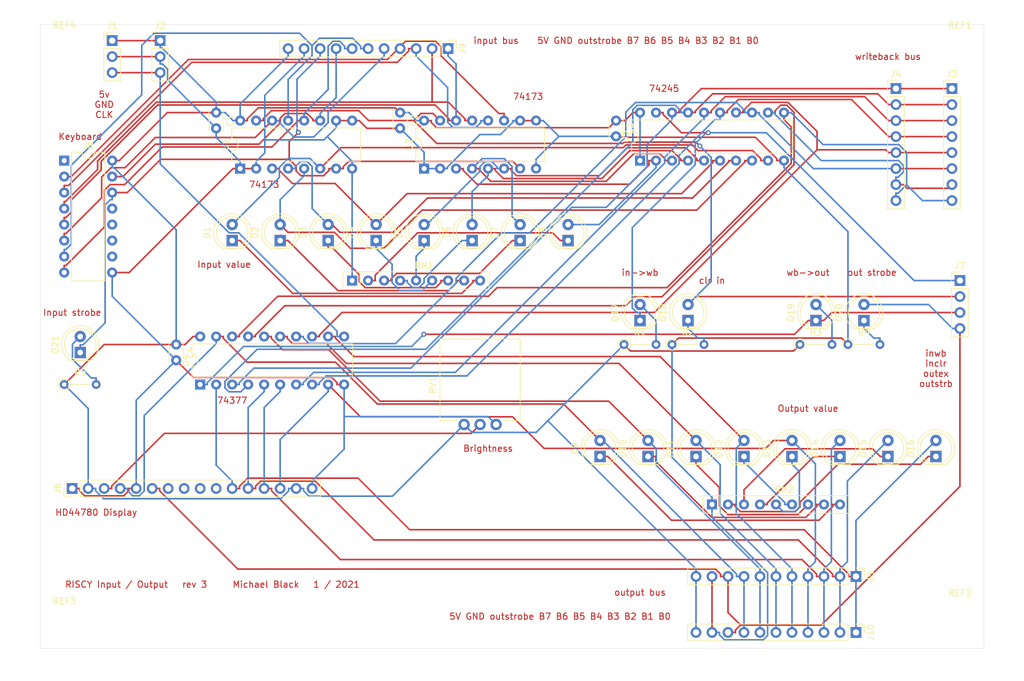
<source format=kicad_pcb>
(kicad_pcb (version 20171130) (host pcbnew 5.1.6-c6e7f7d~87~ubuntu16.04.1)
  (layers (0 F.Cu signal) (31 B.Cu signal) (34 B.Paste user) (35 F.Paste user) (36 B.SilkS user) (37 F.SilkS user) (38 B.Mask user) (39 F.Mask user) (44 Edge.Cuts user))
  (net 0 "")
  (net 1 GND)
  (net 2 +5V)
  (net 3 "Net-(D1-Pad2)")
  (net 4 "Net-(D1-Pad1)")
  (net 5 "Net-(D2-Pad2)")
  (net 6 "Net-(D2-Pad1)")
  (net 7 "Net-(D3-Pad2)")
  (net 8 "Net-(D3-Pad1)")
  (net 9 "Net-(D4-Pad2)")
  (net 10 "Net-(D4-Pad1)")
  (net 11 "Net-(D5-Pad2)")
  (net 12 "Net-(D5-Pad1)")
  (net 13 "Net-(D6-Pad2)")
  (net 14 "Net-(D6-Pad1)")
  (net 15 "Net-(D7-Pad2)")
  (net 16 "Net-(D7-Pad1)")
  (net 17 "Net-(D8-Pad2)")
  (net 18 "Net-(D8-Pad1)")
  (net 19 "Net-(D9-Pad2)")
  (net 20 "Net-(D9-Pad1)")
  (net 21 "Net-(D10-Pad2)")
  (net 22 "Net-(D10-Pad1)")
  (net 23 "Net-(D11-Pad2)")
  (net 24 "Net-(D11-Pad1)")
  (net 25 "Net-(D12-Pad2)")
  (net 26 "Net-(D12-Pad1)")
  (net 27 "Net-(D13-Pad2)")
  (net 28 "Net-(D13-Pad1)")
  (net 29 "Net-(D14-Pad2)")
  (net 30 "Net-(D14-Pad1)")
  (net 31 "Net-(D15-Pad2)")
  (net 32 "Net-(D15-Pad1)")
  (net 33 "Net-(D16-Pad2)")
  (net 34 "Net-(D16-Pad1)")
  (net 35 "Net-(D17-Pad2)")
  (net 36 inwb)
  (net 37 inclr)
  (net 38 "Net-(D18-Pad1)")
  (net 39 "Net-(D19-Pad2)")
  (net 40 outex)
  (net 41 out3)
  (net 42 "Net-(D20-Pad1)")
  (net 43 "Net-(D21-Pad2)")
  (net 44 "Net-(D21-Pad1)")
  (net 45 CLK)
  (net 46 "Net-(J3-Pad8)")
  (net 47 "Net-(J3-Pad7)")
  (net 48 "Net-(J3-Pad6)")
  (net 49 "Net-(J3-Pad5)")
  (net 50 "Net-(J3-Pad4)")
  (net 51 "Net-(J3-Pad3)")
  (net 52 "Net-(J3-Pad2)")
  (net 53 "Net-(J3-Pad1)")
  (net 54 "Net-(J6-Pad10)")
  (net 55 "Net-(J6-Pad9)")
  (net 56 "Net-(J6-Pad8)")
  (net 57 "Net-(J6-Pad7)")
  (net 58 "Net-(J6-Pad3)")
  (net 59 "Net-(J8-Pad8)")
  (net 60 "Net-(J8-Pad15)")
  (net 61 "Net-(J8-Pad7)")
  (net 62 "Net-(J8-Pad6)")
  (net 63 "Net-(J8-Pad13)")
  (net 64 "Net-(J8-Pad5)")
  (net 65 "Net-(J8-Pad12)")
  (net 66 "Net-(J8-Pad4)")
  (net 67 "Net-(J8-Pad11)")
  (net 68 "Net-(J8-Pad3)")
  (net 69 "Net-(J8-Pad10)")
  (net 70 "Net-(J8-Pad2)")
  (net 71 "Net-(J8-Pad1)")
  (module Connector_PinHeader_2.54mm:PinHeader_1x11_P2.54mm_Vertical (layer F.Cu) (at 129.54 96.52 270)
    (fp_text reference J10 (at 0 -2.33 90) (layer F.SilkS))
    (fp_text value Conn_01x11_Female)
    (pad 11 thru_hole oval (at 0 25.4 270) (size 1.7 1.7) (drill 1) (layers *.Cu *.Mask) (net 2 +5V))
    (pad 10 thru_hole oval (at 0 22.86 270) (size 1.7 1.7) (drill 1) (layers *.Cu *.Mask) (net 1 GND))
    (pad 9 thru_hole oval (at 0 20.32 270) (size 1.7 1.7) (drill 1) (layers *.Cu *.Mask) (net 41 out3))
    (pad 8 thru_hole oval (at 0 17.78 270) (size 1.7 1.7) (drill 1) (layers *.Cu *.Mask) (net 19 "Net-(D9-Pad2)"))
    (pad 7 thru_hole oval (at 0 15.24 270) (size 1.7 1.7) (drill 1) (layers *.Cu *.Mask) (net 21 "Net-(D10-Pad2)"))
    (pad 6 thru_hole oval (at 0 12.7 270) (size 1.7 1.7) (drill 1) (layers *.Cu *.Mask) (net 23 "Net-(D11-Pad2)"))
    (pad 5 thru_hole oval (at 0 10.16 270) (size 1.7 1.7) (drill 1) (layers *.Cu *.Mask) (net 25 "Net-(D12-Pad2)"))
    (pad 4 thru_hole oval (at 0 7.62 270) (size 1.7 1.7) (drill 1) (layers *.Cu *.Mask) (net 27 "Net-(D13-Pad2)"))
    (pad 3 thru_hole oval (at 0 5.08 270) (size 1.7 1.7) (drill 1) (layers *.Cu *.Mask) (net 29 "Net-(D14-Pad2)"))
    (pad 2 thru_hole oval (at 0 2.54 270) (size 1.7 1.7) (drill 1) (layers *.Cu *.Mask) (net 31 "Net-(D15-Pad2)"))
    (pad 1 thru_hole rect (at 0 0 270) (size 1.7 1.7) (drill 1) (layers *.Cu *.Mask) (net 33 "Net-(D16-Pad2)"))
  )
  (module MountingHole:MountingHole_2.7mm_M2.5 (layer F.Cu) (at 3.81 3.81)
    (fp_text reference REF4 (at 0 -3.7) (layer F.SilkS))
    (fp_text value MountingHole_2.7mm_M2.5)
    (pad 1 np_thru_hole circle (at 0 0) (size 2.7 2.7) (drill 2.7) (layers *.Cu *.Mask))
  )
  (module MountingHole:MountingHole_2.7mm_M2.5 (layer F.Cu) (at 3.81 95.25)
    (fp_text reference REF3 (at 0 -3.7) (layer F.SilkS))
    (fp_text value MountingHole_2.7mm_M2.5)
    (pad 1 np_thru_hole circle (at 0 0) (size 2.7 2.7) (drill 2.7) (layers *.Cu *.Mask))
  )
  (module MountingHole:MountingHole_2.7mm_M2.5 (layer F.Cu) (at 146.05 93.98)
    (fp_text reference REF2 (at 0 -3.7) (layer F.SilkS))
    (fp_text value MountingHole_2.7mm_M2.5)
    (pad 1 np_thru_hole circle (at 0 0) (size 2.7 2.7) (drill 2.7) (layers *.Cu *.Mask))
  )
  (module MountingHole:MountingHole_2.7mm_M2.5 (layer F.Cu) (at 146.05 3.81)
    (fp_text reference REF1 (at 0 -3.7) (layer F.SilkS))
    (fp_text value MountingHole_2.7mm_M2.5)
    (pad 1 np_thru_hole circle (at 0 0) (size 2.7 2.7) (drill 2.7) (layers *.Cu *.Mask))
  )
  (module Package_DIP:DIP-16_W7.62mm (layer F.Cu) (at 60.96 22.86 90)
    (fp_text reference U2 (at 3.81 -2.33 90) (layer F.SilkS))
    (fp_text value 74LS173)
    (pad 16 thru_hole oval (at 7.62 0 90) (size 1.6 1.6) (drill 0.8) (layers *.Cu *.Mask) (net 2 +5V))
    (pad 8 thru_hole oval (at 0 17.78 90) (size 1.6 1.6) (drill 0.8) (layers *.Cu *.Mask) (net 1 GND))
    (pad 15 thru_hole oval (at 7.62 2.54 90) (size 1.6 1.6) (drill 0.8) (layers *.Cu *.Mask) (net 37 inclr))
    (pad 7 thru_hole oval (at 0 15.24 90) (size 1.6 1.6) (drill 0.8) (layers *.Cu *.Mask) (net 44 "Net-(D21-Pad1)"))
    (pad 14 thru_hole oval (at 7.62 5.08 90) (size 1.6 1.6) (drill 0.8) (layers *.Cu *.Mask) (net 64 "Net-(J8-Pad5)"))
    (pad 6 thru_hole oval (at 0 12.7 90) (size 1.6 1.6) (drill 0.8) (layers *.Cu *.Mask) (net 11 "Net-(D5-Pad2)"))
    (pad 13 thru_hole oval (at 7.62 7.62 90) (size 1.6 1.6) (drill 0.8) (layers *.Cu *.Mask) (net 66 "Net-(J8-Pad4)"))
    (pad 5 thru_hole oval (at 0 10.16 90) (size 1.6 1.6) (drill 0.8) (layers *.Cu *.Mask) (net 13 "Net-(D6-Pad2)"))
    (pad 12 thru_hole oval (at 7.62 10.16 90) (size 1.6 1.6) (drill 0.8) (layers *.Cu *.Mask) (net 68 "Net-(J8-Pad3)"))
    (pad 4 thru_hole oval (at 0 7.62 90) (size 1.6 1.6) (drill 0.8) (layers *.Cu *.Mask) (net 15 "Net-(D7-Pad2)"))
    (pad 11 thru_hole oval (at 7.62 12.7 90) (size 1.6 1.6) (drill 0.8) (layers *.Cu *.Mask) (net 70 "Net-(J8-Pad2)"))
    (pad 3 thru_hole oval (at 0 5.08 90) (size 1.6 1.6) (drill 0.8) (layers *.Cu *.Mask) (net 17 "Net-(D8-Pad2)"))
    (pad 10 thru_hole oval (at 7.62 15.24 90) (size 1.6 1.6) (drill 0.8) (layers *.Cu *.Mask) (net 1 GND))
    (pad 2 thru_hole oval (at 0 2.54 90) (size 1.6 1.6) (drill 0.8) (layers *.Cu *.Mask) (net 1 GND))
    (pad 9 thru_hole oval (at 7.62 17.78 90) (size 1.6 1.6) (drill 0.8) (layers *.Cu *.Mask) (net 1 GND))
    (pad 1 thru_hole rect (at 0 0 90) (size 1.6 1.6) (drill 0.8) (layers *.Cu *.Mask) (net 1 GND))
  )
  (module Package_DIP:DIP-16_W7.62mm (layer F.Cu) (at 31.75 22.86 90)
    (fp_text reference U1 (at 3.81 -2.33 90) (layer F.SilkS))
    (fp_text value 74LS173)
    (pad 16 thru_hole oval (at 7.62 0 90) (size 1.6 1.6) (drill 0.8) (layers *.Cu *.Mask) (net 2 +5V))
    (pad 8 thru_hole oval (at 0 17.78 90) (size 1.6 1.6) (drill 0.8) (layers *.Cu *.Mask) (net 1 GND))
    (pad 15 thru_hole oval (at 7.62 2.54 90) (size 1.6 1.6) (drill 0.8) (layers *.Cu *.Mask) (net 37 inclr))
    (pad 7 thru_hole oval (at 0 15.24 90) (size 1.6 1.6) (drill 0.8) (layers *.Cu *.Mask) (net 44 "Net-(D21-Pad1)"))
    (pad 14 thru_hole oval (at 7.62 5.08 90) (size 1.6 1.6) (drill 0.8) (layers *.Cu *.Mask) (net 62 "Net-(J8-Pad6)"))
    (pad 6 thru_hole oval (at 0 12.7 90) (size 1.6 1.6) (drill 0.8) (layers *.Cu *.Mask) (net 3 "Net-(D1-Pad2)"))
    (pad 13 thru_hole oval (at 7.62 7.62 90) (size 1.6 1.6) (drill 0.8) (layers *.Cu *.Mask) (net 61 "Net-(J8-Pad7)"))
    (pad 5 thru_hole oval (at 0 10.16 90) (size 1.6 1.6) (drill 0.8) (layers *.Cu *.Mask) (net 5 "Net-(D2-Pad2)"))
    (pad 12 thru_hole oval (at 7.62 10.16 90) (size 1.6 1.6) (drill 0.8) (layers *.Cu *.Mask) (net 59 "Net-(J8-Pad8)"))
    (pad 4 thru_hole oval (at 0 7.62 90) (size 1.6 1.6) (drill 0.8) (layers *.Cu *.Mask) (net 7 "Net-(D3-Pad2)"))
    (pad 11 thru_hole oval (at 7.62 12.7 90) (size 1.6 1.6) (drill 0.8) (layers *.Cu *.Mask) (net 60 "Net-(J8-Pad15)"))
    (pad 3 thru_hole oval (at 0 5.08 90) (size 1.6 1.6) (drill 0.8) (layers *.Cu *.Mask) (net 9 "Net-(D4-Pad2)"))
    (pad 10 thru_hole oval (at 7.62 15.24 90) (size 1.6 1.6) (drill 0.8) (layers *.Cu *.Mask) (net 1 GND))
    (pad 2 thru_hole oval (at 0 2.54 90) (size 1.6 1.6) (drill 0.8) (layers *.Cu *.Mask) (net 1 GND))
    (pad 9 thru_hole oval (at 7.62 17.78 90) (size 1.6 1.6) (drill 0.8) (layers *.Cu *.Mask) (net 1 GND))
    (pad 1 thru_hole rect (at 0 0 90) (size 1.6 1.6) (drill 0.8) (layers *.Cu *.Mask) (net 1 GND))
  )
  (module Connector_PinHeader_2.54mm:PinHeader_1x11_P2.54mm_Vertical (layer F.Cu) (at 64.77 3.81 270)
    (fp_text reference J9 (at 0 -2.33 90) (layer F.SilkS))
    (fp_text value Conn_01x11_Female)
    (pad 11 thru_hole oval (at 0 25.4 270) (size 1.7 1.7) (drill 1) (layers *.Cu *.Mask) (net 2 +5V))
    (pad 10 thru_hole oval (at 0 22.86 270) (size 1.7 1.7) (drill 1) (layers *.Cu *.Mask) (net 1 GND))
    (pad 9 thru_hole oval (at 0 20.32 270) (size 1.7 1.7) (drill 1) (layers *.Cu *.Mask) (net 44 "Net-(D21-Pad1)"))
    (pad 8 thru_hole oval (at 0 17.78 270) (size 1.7 1.7) (drill 1) (layers *.Cu *.Mask) (net 60 "Net-(J8-Pad15)"))
    (pad 7 thru_hole oval (at 0 15.24 270) (size 1.7 1.7) (drill 1) (layers *.Cu *.Mask) (net 59 "Net-(J8-Pad8)"))
    (pad 6 thru_hole oval (at 0 12.7 270) (size 1.7 1.7) (drill 1) (layers *.Cu *.Mask) (net 61 "Net-(J8-Pad7)"))
    (pad 5 thru_hole oval (at 0 10.16 270) (size 1.7 1.7) (drill 1) (layers *.Cu *.Mask) (net 62 "Net-(J8-Pad6)"))
    (pad 4 thru_hole oval (at 0 7.62 270) (size 1.7 1.7) (drill 1) (layers *.Cu *.Mask) (net 70 "Net-(J8-Pad2)"))
    (pad 3 thru_hole oval (at 0 5.08 270) (size 1.7 1.7) (drill 1) (layers *.Cu *.Mask) (net 68 "Net-(J8-Pad3)"))
    (pad 2 thru_hole oval (at 0 2.54 270) (size 1.7 1.7) (drill 1) (layers *.Cu *.Mask) (net 66 "Net-(J8-Pad4)"))
    (pad 1 thru_hole rect (at 0 0 270) (size 1.7 1.7) (drill 1) (layers *.Cu *.Mask) (net 64 "Net-(J8-Pad5)"))
  )
  (module Package_DIP:DIP-20_W7.62mm (layer F.Cu) (at 25.4 57.15 90)
    (fp_text reference U4 (at 3.81 -2.33 90) (layer F.SilkS))
    (fp_text value 74LS377)
    (pad 20 thru_hole oval (at 7.62 0 90) (size 1.6 1.6) (drill 0.8) (layers *.Cu *.Mask) (net 2 +5V))
    (pad 10 thru_hole oval (at 0 22.86 90) (size 1.6 1.6) (drill 0.8) (layers *.Cu *.Mask) (net 1 GND))
    (pad 19 thru_hole oval (at 7.62 2.54 90) (size 1.6 1.6) (drill 0.8) (layers *.Cu *.Mask) (net 19 "Net-(D9-Pad2)"))
    (pad 9 thru_hole oval (at 0 20.32 90) (size 1.6 1.6) (drill 0.8) (layers *.Cu *.Mask) (net 27 "Net-(D13-Pad2)"))
    (pad 18 thru_hole oval (at 7.62 5.08 90) (size 1.6 1.6) (drill 0.8) (layers *.Cu *.Mask) (net 46 "Net-(J3-Pad8)"))
    (pad 8 thru_hole oval (at 0 17.78 90) (size 1.6 1.6) (drill 0.8) (layers *.Cu *.Mask) (net 50 "Net-(J3-Pad4)"))
    (pad 17 thru_hole oval (at 7.62 7.62 90) (size 1.6 1.6) (drill 0.8) (layers *.Cu *.Mask) (net 47 "Net-(J3-Pad7)"))
    (pad 7 thru_hole oval (at 0 15.24 90) (size 1.6 1.6) (drill 0.8) (layers *.Cu *.Mask) (net 51 "Net-(J3-Pad3)"))
    (pad 16 thru_hole oval (at 7.62 10.16 90) (size 1.6 1.6) (drill 0.8) (layers *.Cu *.Mask) (net 21 "Net-(D10-Pad2)"))
    (pad 6 thru_hole oval (at 0 12.7 90) (size 1.6 1.6) (drill 0.8) (layers *.Cu *.Mask) (net 29 "Net-(D14-Pad2)"))
    (pad 15 thru_hole oval (at 7.62 12.7 90) (size 1.6 1.6) (drill 0.8) (layers *.Cu *.Mask) (net 23 "Net-(D11-Pad2)"))
    (pad 5 thru_hole oval (at 0 10.16 90) (size 1.6 1.6) (drill 0.8) (layers *.Cu *.Mask) (net 31 "Net-(D15-Pad2)"))
    (pad 14 thru_hole oval (at 7.62 15.24 90) (size 1.6 1.6) (drill 0.8) (layers *.Cu *.Mask) (net 48 "Net-(J3-Pad6)"))
    (pad 4 thru_hole oval (at 0 7.62 90) (size 1.6 1.6) (drill 0.8) (layers *.Cu *.Mask) (net 52 "Net-(J3-Pad2)"))
    (pad 13 thru_hole oval (at 7.62 17.78 90) (size 1.6 1.6) (drill 0.8) (layers *.Cu *.Mask) (net 49 "Net-(J3-Pad5)"))
    (pad 3 thru_hole oval (at 0 5.08 90) (size 1.6 1.6) (drill 0.8) (layers *.Cu *.Mask) (net 53 "Net-(J3-Pad1)"))
    (pad 12 thru_hole oval (at 7.62 20.32 90) (size 1.6 1.6) (drill 0.8) (layers *.Cu *.Mask) (net 25 "Net-(D12-Pad2)"))
    (pad 2 thru_hole oval (at 0 2.54 90) (size 1.6 1.6) (drill 0.8) (layers *.Cu *.Mask) (net 33 "Net-(D16-Pad2)"))
    (pad 11 thru_hole oval (at 7.62 22.86 90) (size 1.6 1.6) (drill 0.8) (layers *.Cu *.Mask) (net 45 CLK))
    (pad 1 thru_hole rect (at 0 0 90) (size 1.6 1.6) (drill 0.8) (layers *.Cu *.Mask) (net 40 outex))
  )
  (module Package_DIP:DIP-20_W7.62mm (layer F.Cu) (at 95.25 21.59 90)
    (fp_text reference U3 (at 3.81 -2.33 90) (layer F.SilkS))
    (fp_text value 74LS245)
    (pad 20 thru_hole oval (at 7.62 0 90) (size 1.6 1.6) (drill 0.8) (layers *.Cu *.Mask) (net 2 +5V))
    (pad 10 thru_hole oval (at 0 22.86 90) (size 1.6 1.6) (drill 0.8) (layers *.Cu *.Mask) (net 1 GND))
    (pad 19 thru_hole oval (at 7.62 2.54 90) (size 1.6 1.6) (drill 0.8) (layers *.Cu *.Mask) (net 36 inwb))
    (pad 9 thru_hole oval (at 0 20.32 90) (size 1.6 1.6) (drill 0.8) (layers *.Cu *.Mask) (net 3 "Net-(D1-Pad2)"))
    (pad 18 thru_hole oval (at 7.62 5.08 90) (size 1.6 1.6) (drill 0.8) (layers *.Cu *.Mask) (net 53 "Net-(J3-Pad1)"))
    (pad 8 thru_hole oval (at 0 17.78 90) (size 1.6 1.6) (drill 0.8) (layers *.Cu *.Mask) (net 5 "Net-(D2-Pad2)"))
    (pad 17 thru_hole oval (at 7.62 7.62 90) (size 1.6 1.6) (drill 0.8) (layers *.Cu *.Mask) (net 52 "Net-(J3-Pad2)"))
    (pad 7 thru_hole oval (at 0 15.24 90) (size 1.6 1.6) (drill 0.8) (layers *.Cu *.Mask) (net 7 "Net-(D3-Pad2)"))
    (pad 16 thru_hole oval (at 7.62 10.16 90) (size 1.6 1.6) (drill 0.8) (layers *.Cu *.Mask) (net 51 "Net-(J3-Pad3)"))
    (pad 6 thru_hole oval (at 0 12.7 90) (size 1.6 1.6) (drill 0.8) (layers *.Cu *.Mask) (net 9 "Net-(D4-Pad2)"))
    (pad 15 thru_hole oval (at 7.62 12.7 90) (size 1.6 1.6) (drill 0.8) (layers *.Cu *.Mask) (net 50 "Net-(J3-Pad4)"))
    (pad 5 thru_hole oval (at 0 10.16 90) (size 1.6 1.6) (drill 0.8) (layers *.Cu *.Mask) (net 11 "Net-(D5-Pad2)"))
    (pad 14 thru_hole oval (at 7.62 15.24 90) (size 1.6 1.6) (drill 0.8) (layers *.Cu *.Mask) (net 49 "Net-(J3-Pad5)"))
    (pad 4 thru_hole oval (at 0 7.62 90) (size 1.6 1.6) (drill 0.8) (layers *.Cu *.Mask) (net 13 "Net-(D6-Pad2)"))
    (pad 13 thru_hole oval (at 7.62 17.78 90) (size 1.6 1.6) (drill 0.8) (layers *.Cu *.Mask) (net 48 "Net-(J3-Pad6)"))
    (pad 3 thru_hole oval (at 0 5.08 90) (size 1.6 1.6) (drill 0.8) (layers *.Cu *.Mask) (net 15 "Net-(D7-Pad2)"))
    (pad 12 thru_hole oval (at 7.62 20.32 90) (size 1.6 1.6) (drill 0.8) (layers *.Cu *.Mask) (net 47 "Net-(J3-Pad7)"))
    (pad 2 thru_hole oval (at 0 2.54 90) (size 1.6 1.6) (drill 0.8) (layers *.Cu *.Mask) (net 17 "Net-(D8-Pad2)"))
    (pad 11 thru_hole oval (at 7.62 22.86 90) (size 1.6 1.6) (drill 0.8) (layers *.Cu *.Mask) (net 46 "Net-(J3-Pad8)"))
    (pad 1 thru_hole rect (at 0 0 90) (size 1.6 1.6) (drill 0.8) (layers *.Cu *.Mask) (net 2 +5V))
  )
  (module Potentiometer_THT:Potentiometer_Vishay_248GJ-249GJ_Single_Vertical (layer F.Cu) (at 72.39 63.5 90)
    (fp_text reference RV1 (at 6.275 -10.04 90) (layer F.SilkS))
    (fp_text value R_POT)
    (pad 1 thru_hole circle (at 0 0 90) (size 1.8 1.8) (drill 1) (layers *.Cu *.Mask) (net 1 GND))
    (pad 2 thru_hole circle (at 0 -2.54 90) (size 1.8 1.8) (drill 1) (layers *.Cu *.Mask) (net 58 "Net-(J6-Pad3)"))
    (pad 3 thru_hole circle (at 0 -5.08 90) (size 1.8 1.8) (drill 1) (layers *.Cu *.Mask) (net 2 +5V))
  )
  (module Resistor_THT:R_Array_SIP9 (layer F.Cu) (at 106.68 76.2)
    (fp_text reference RN2 (at 11.43 -2.4) (layer F.SilkS))
    (fp_text value R_Network08)
    (pad 9 thru_hole oval (at 20.32 0) (size 1.6 1.6) (drill 0.8) (layers *.Cu *.Mask) (net 20 "Net-(D9-Pad1)"))
    (pad 8 thru_hole oval (at 17.78 0) (size 1.6 1.6) (drill 0.8) (layers *.Cu *.Mask) (net 22 "Net-(D10-Pad1)"))
    (pad 7 thru_hole oval (at 15.24 0) (size 1.6 1.6) (drill 0.8) (layers *.Cu *.Mask) (net 24 "Net-(D11-Pad1)"))
    (pad 6 thru_hole oval (at 12.7 0) (size 1.6 1.6) (drill 0.8) (layers *.Cu *.Mask) (net 26 "Net-(D12-Pad1)"))
    (pad 5 thru_hole oval (at 10.16 0) (size 1.6 1.6) (drill 0.8) (layers *.Cu *.Mask) (net 28 "Net-(D13-Pad1)"))
    (pad 4 thru_hole oval (at 7.62 0) (size 1.6 1.6) (drill 0.8) (layers *.Cu *.Mask) (net 30 "Net-(D14-Pad1)"))
    (pad 3 thru_hole oval (at 5.08 0) (size 1.6 1.6) (drill 0.8) (layers *.Cu *.Mask) (net 32 "Net-(D15-Pad1)"))
    (pad 2 thru_hole oval (at 2.54 0) (size 1.6 1.6) (drill 0.8) (layers *.Cu *.Mask) (net 34 "Net-(D16-Pad1)"))
    (pad 1 thru_hole rect (at 0 0) (size 1.6 1.6) (drill 0.8) (layers *.Cu *.Mask) (net 1 GND))
  )
  (module Resistor_THT:R_Array_SIP9 (layer F.Cu) (at 49.53 40.64)
    (fp_text reference RN1 (at 11.43 -2.4) (layer F.SilkS))
    (fp_text value R_Network08)
    (pad 9 thru_hole oval (at 20.32 0) (size 1.6 1.6) (drill 0.8) (layers *.Cu *.Mask) (net 4 "Net-(D1-Pad1)"))
    (pad 8 thru_hole oval (at 17.78 0) (size 1.6 1.6) (drill 0.8) (layers *.Cu *.Mask) (net 6 "Net-(D2-Pad1)"))
    (pad 7 thru_hole oval (at 15.24 0) (size 1.6 1.6) (drill 0.8) (layers *.Cu *.Mask) (net 8 "Net-(D3-Pad1)"))
    (pad 6 thru_hole oval (at 12.7 0) (size 1.6 1.6) (drill 0.8) (layers *.Cu *.Mask) (net 10 "Net-(D4-Pad1)"))
    (pad 5 thru_hole oval (at 10.16 0) (size 1.6 1.6) (drill 0.8) (layers *.Cu *.Mask) (net 12 "Net-(D5-Pad1)"))
    (pad 4 thru_hole oval (at 7.62 0) (size 1.6 1.6) (drill 0.8) (layers *.Cu *.Mask) (net 14 "Net-(D6-Pad1)"))
    (pad 3 thru_hole oval (at 5.08 0) (size 1.6 1.6) (drill 0.8) (layers *.Cu *.Mask) (net 16 "Net-(D7-Pad1)"))
    (pad 2 thru_hole oval (at 2.54 0) (size 1.6 1.6) (drill 0.8) (layers *.Cu *.Mask) (net 18 "Net-(D8-Pad1)"))
    (pad 1 thru_hole rect (at 0 0) (size 1.6 1.6) (drill 0.8) (layers *.Cu *.Mask) (net 1 GND))
  )
  (module Resistor_THT:R_Axial_DIN0204_L3.6mm_D1.6mm_P5.08mm_Vertical (layer F.Cu) (at 3.81 57.15)
    (fp_text reference R5 (at 2.54 -1.92) (layer F.SilkS))
    (fp_text value R)
    (pad 2 thru_hole oval (at 5.08 0) (size 1.4 1.4) (drill 0.7) (layers *.Cu *.Mask) (net 43 "Net-(D21-Pad2)"))
    (pad 1 thru_hole circle (at 0 0) (size 1.4 1.4) (drill 0.7) (layers *.Cu *.Mask) (net 2 +5V))
  )
  (module Resistor_THT:R_Axial_DIN0204_L3.6mm_D1.6mm_P5.08mm_Vertical (layer F.Cu) (at 128.27 50.8)
    (fp_text reference R4 (at 2.54 -1.92) (layer F.SilkS))
    (fp_text value R)
    (pad 2 thru_hole oval (at 5.08 0) (size 1.4 1.4) (drill 0.7) (layers *.Cu *.Mask) (net 42 "Net-(D20-Pad1)"))
    (pad 1 thru_hole circle (at 0 0) (size 1.4 1.4) (drill 0.7) (layers *.Cu *.Mask) (net 1 GND))
  )
  (module Resistor_THT:R_Axial_DIN0204_L3.6mm_D1.6mm_P5.08mm_Vertical (layer F.Cu) (at 120.65 50.8)
    (fp_text reference R3 (at 2.54 -1.92) (layer F.SilkS))
    (fp_text value R)
    (pad 2 thru_hole oval (at 5.08 0) (size 1.4 1.4) (drill 0.7) (layers *.Cu *.Mask) (net 39 "Net-(D19-Pad2)"))
    (pad 1 thru_hole circle (at 0 0) (size 1.4 1.4) (drill 0.7) (layers *.Cu *.Mask) (net 2 +5V))
  )
  (module Resistor_THT:R_Axial_DIN0204_L3.6mm_D1.6mm_P5.08mm_Vertical (layer F.Cu) (at 100.33 50.8)
    (fp_text reference R2 (at 2.54 -1.92) (layer F.SilkS))
    (fp_text value R)
    (pad 2 thru_hole oval (at 5.08 0) (size 1.4 1.4) (drill 0.7) (layers *.Cu *.Mask) (net 38 "Net-(D18-Pad1)"))
    (pad 1 thru_hole circle (at 0 0) (size 1.4 1.4) (drill 0.7) (layers *.Cu *.Mask) (net 1 GND))
  )
  (module Resistor_THT:R_Axial_DIN0204_L3.6mm_D1.6mm_P5.08mm_Vertical (layer F.Cu) (at 92.71 50.8)
    (fp_text reference R1 (at 2.54 -1.92) (layer F.SilkS))
    (fp_text value R)
    (pad 2 thru_hole oval (at 5.08 0) (size 1.4 1.4) (drill 0.7) (layers *.Cu *.Mask) (net 35 "Net-(D17-Pad2)"))
    (pad 1 thru_hole circle (at 0 0) (size 1.4 1.4) (drill 0.7) (layers *.Cu *.Mask) (net 2 +5V))
  )
  (module Package_DIP:DIP-16_W7.62mm (layer F.Cu) (at 3.81 21.59)
    (fp_text reference J8 (at 3.81 -2.33) (layer F.SilkS))
    (fp_text value Conn_01x16_Female)
    (pad 16 thru_hole oval (at 7.62 0) (size 1.6 1.6) (drill 0.8) (layers *.Cu *.Mask) (net 2 +5V))
    (pad 8 thru_hole oval (at 0 17.78) (size 1.6 1.6) (drill 0.8) (layers *.Cu *.Mask) (net 59 "Net-(J8-Pad8)"))
    (pad 15 thru_hole oval (at 7.62 2.54) (size 1.6 1.6) (drill 0.8) (layers *.Cu *.Mask) (net 60 "Net-(J8-Pad15)"))
    (pad 7 thru_hole oval (at 0 15.24) (size 1.6 1.6) (drill 0.8) (layers *.Cu *.Mask) (net 61 "Net-(J8-Pad7)"))
    (pad 14 thru_hole oval (at 7.62 5.08) (size 1.6 1.6) (drill 0.8) (layers *.Cu *.Mask) (net 44 "Net-(D21-Pad1)"))
    (pad 6 thru_hole oval (at 0 12.7) (size 1.6 1.6) (drill 0.8) (layers *.Cu *.Mask) (net 62 "Net-(J8-Pad6)"))
    (pad 13 thru_hole oval (at 7.62 7.62) (size 1.6 1.6) (drill 0.8) (layers *.Cu *.Mask) (net 63 "Net-(J8-Pad13)"))
    (pad 5 thru_hole oval (at 0 10.16) (size 1.6 1.6) (drill 0.8) (layers *.Cu *.Mask) (net 64 "Net-(J8-Pad5)"))
    (pad 12 thru_hole oval (at 7.62 10.16) (size 1.6 1.6) (drill 0.8) (layers *.Cu *.Mask) (net 65 "Net-(J8-Pad12)"))
    (pad 4 thru_hole oval (at 0 7.62) (size 1.6 1.6) (drill 0.8) (layers *.Cu *.Mask) (net 66 "Net-(J8-Pad4)"))
    (pad 11 thru_hole oval (at 7.62 12.7) (size 1.6 1.6) (drill 0.8) (layers *.Cu *.Mask) (net 67 "Net-(J8-Pad11)"))
    (pad 3 thru_hole oval (at 0 5.08) (size 1.6 1.6) (drill 0.8) (layers *.Cu *.Mask) (net 68 "Net-(J8-Pad3)"))
    (pad 10 thru_hole oval (at 7.62 15.24) (size 1.6 1.6) (drill 0.8) (layers *.Cu *.Mask) (net 69 "Net-(J8-Pad10)"))
    (pad 2 thru_hole oval (at 0 2.54) (size 1.6 1.6) (drill 0.8) (layers *.Cu *.Mask) (net 70 "Net-(J8-Pad2)"))
    (pad 9 thru_hole oval (at 7.62 17.78) (size 1.6 1.6) (drill 0.8) (layers *.Cu *.Mask) (net 1 GND))
    (pad 1 thru_hole rect (at 0 0) (size 1.6 1.6) (drill 0.8) (layers *.Cu *.Mask) (net 71 "Net-(J8-Pad1)"))
  )
  (module Connector_PinHeader_2.54mm:PinHeader_1x04_P2.54mm_Vertical (layer F.Cu) (at 146.05 40.64)
    (fp_text reference J7 (at 0 -2.33) (layer F.SilkS))
    (fp_text value Conn_01x04_Female)
    (pad 4 thru_hole oval (at 0 7.62) (size 1.7 1.7) (drill 1) (layers *.Cu *.Mask) (net 41 out3))
    (pad 3 thru_hole oval (at 0 5.08) (size 1.7 1.7) (drill 1) (layers *.Cu *.Mask) (net 40 outex))
    (pad 2 thru_hole oval (at 0 2.54) (size 1.7 1.7) (drill 1) (layers *.Cu *.Mask) (net 37 inclr))
    (pad 1 thru_hole rect (at 0 0) (size 1.7 1.7) (drill 1) (layers *.Cu *.Mask) (net 36 inwb))
  )
  (module Connector_PinHeader_2.54mm:PinHeader_1x16_P2.54mm_Vertical (layer F.Cu) (at 5.08 73.66 90)
    (fp_text reference J6 (at 0 -2.33 90) (layer F.SilkS))
    (fp_text value Conn_01x16_Female)
    (pad 16 thru_hole oval (at 0 38.1 90) (size 1.7 1.7) (drill 1) (layers *.Cu *.Mask) (net 1 GND))
    (pad 15 thru_hole oval (at 0 35.56 90) (size 1.7 1.7) (drill 1) (layers *.Cu *.Mask) (net 2 +5V))
    (pad 14 thru_hole oval (at 0 33.02 90) (size 1.7 1.7) (drill 1) (layers *.Cu *.Mask) (net 27 "Net-(D13-Pad2)"))
    (pad 13 thru_hole oval (at 0 30.48 90) (size 1.7 1.7) (drill 1) (layers *.Cu *.Mask) (net 29 "Net-(D14-Pad2)"))
    (pad 12 thru_hole oval (at 0 27.94 90) (size 1.7 1.7) (drill 1) (layers *.Cu *.Mask) (net 31 "Net-(D15-Pad2)"))
    (pad 11 thru_hole oval (at 0 25.4 90) (size 1.7 1.7) (drill 1) (layers *.Cu *.Mask) (net 33 "Net-(D16-Pad2)"))
    (pad 10 thru_hole oval (at 0 22.86 90) (size 1.7 1.7) (drill 1) (layers *.Cu *.Mask) (net 54 "Net-(J6-Pad10)"))
    (pad 9 thru_hole oval (at 0 20.32 90) (size 1.7 1.7) (drill 1) (layers *.Cu *.Mask) (net 55 "Net-(J6-Pad9)"))
    (pad 8 thru_hole oval (at 0 17.78 90) (size 1.7 1.7) (drill 1) (layers *.Cu *.Mask) (net 56 "Net-(J6-Pad8)"))
    (pad 7 thru_hole oval (at 0 15.24 90) (size 1.7 1.7) (drill 1) (layers *.Cu *.Mask) (net 57 "Net-(J6-Pad7)"))
    (pad 6 thru_hole oval (at 0 12.7 90) (size 1.7 1.7) (drill 1) (layers *.Cu *.Mask) (net 41 out3))
    (pad 5 thru_hole oval (at 0 10.16 90) (size 1.7 1.7) (drill 1) (layers *.Cu *.Mask) (net 1 GND))
    (pad 4 thru_hole oval (at 0 7.62 90) (size 1.7 1.7) (drill 1) (layers *.Cu *.Mask) (net 19 "Net-(D9-Pad2)"))
    (pad 3 thru_hole oval (at 0 5.08 90) (size 1.7 1.7) (drill 1) (layers *.Cu *.Mask) (net 58 "Net-(J6-Pad3)"))
    (pad 2 thru_hole oval (at 0 2.54 90) (size 1.7 1.7) (drill 1) (layers *.Cu *.Mask) (net 2 +5V))
    (pad 1 thru_hole rect (at 0 0 90) (size 1.7 1.7) (drill 1) (layers *.Cu *.Mask) (net 1 GND))
  )
  (module Connector_PinHeader_2.54mm:PinHeader_1x11_P2.54mm_Vertical (layer F.Cu) (at 129.54 87.63 270)
    (fp_text reference J5 (at 0 -2.33 90) (layer F.SilkS))
    (fp_text value Conn_01x11_Female)
    (pad 11 thru_hole oval (at 0 25.4 270) (size 1.7 1.7) (drill 1) (layers *.Cu *.Mask) (net 2 +5V))
    (pad 10 thru_hole oval (at 0 22.86 270) (size 1.7 1.7) (drill 1) (layers *.Cu *.Mask) (net 1 GND))
    (pad 9 thru_hole oval (at 0 20.32 270) (size 1.7 1.7) (drill 1) (layers *.Cu *.Mask) (net 41 out3))
    (pad 8 thru_hole oval (at 0 17.78 270) (size 1.7 1.7) (drill 1) (layers *.Cu *.Mask) (net 19 "Net-(D9-Pad2)"))
    (pad 7 thru_hole oval (at 0 15.24 270) (size 1.7 1.7) (drill 1) (layers *.Cu *.Mask) (net 21 "Net-(D10-Pad2)"))
    (pad 6 thru_hole oval (at 0 12.7 270) (size 1.7 1.7) (drill 1) (layers *.Cu *.Mask) (net 23 "Net-(D11-Pad2)"))
    (pad 5 thru_hole oval (at 0 10.16 270) (size 1.7 1.7) (drill 1) (layers *.Cu *.Mask) (net 25 "Net-(D12-Pad2)"))
    (pad 4 thru_hole oval (at 0 7.62 270) (size 1.7 1.7) (drill 1) (layers *.Cu *.Mask) (net 27 "Net-(D13-Pad2)"))
    (pad 3 thru_hole oval (at 0 5.08 270) (size 1.7 1.7) (drill 1) (layers *.Cu *.Mask) (net 29 "Net-(D14-Pad2)"))
    (pad 2 thru_hole oval (at 0 2.54 270) (size 1.7 1.7) (drill 1) (layers *.Cu *.Mask) (net 31 "Net-(D15-Pad2)"))
    (pad 1 thru_hole rect (at 0 0 270) (size 1.7 1.7) (drill 1) (layers *.Cu *.Mask) (net 33 "Net-(D16-Pad2)"))
  )
  (module Connector_PinHeader_2.54mm:PinHeader_1x08_P2.54mm_Vertical (layer F.Cu) (at 135.89 10.16)
    (fp_text reference J4 (at 0 -2.33) (layer F.SilkS))
    (fp_text value Conn_01x08_Female)
    (pad 8 thru_hole oval (at 0 17.78) (size 1.7 1.7) (drill 1) (layers *.Cu *.Mask) (net 46 "Net-(J3-Pad8)"))
    (pad 7 thru_hole oval (at 0 15.24) (size 1.7 1.7) (drill 1) (layers *.Cu *.Mask) (net 47 "Net-(J3-Pad7)"))
    (pad 6 thru_hole oval (at 0 12.7) (size 1.7 1.7) (drill 1) (layers *.Cu *.Mask) (net 48 "Net-(J3-Pad6)"))
    (pad 5 thru_hole oval (at 0 10.16) (size 1.7 1.7) (drill 1) (layers *.Cu *.Mask) (net 49 "Net-(J3-Pad5)"))
    (pad 4 thru_hole oval (at 0 7.62) (size 1.7 1.7) (drill 1) (layers *.Cu *.Mask) (net 50 "Net-(J3-Pad4)"))
    (pad 3 thru_hole oval (at 0 5.08) (size 1.7 1.7) (drill 1) (layers *.Cu *.Mask) (net 51 "Net-(J3-Pad3)"))
    (pad 2 thru_hole oval (at 0 2.54) (size 1.7 1.7) (drill 1) (layers *.Cu *.Mask) (net 52 "Net-(J3-Pad2)"))
    (pad 1 thru_hole rect (at 0 0) (size 1.7 1.7) (drill 1) (layers *.Cu *.Mask) (net 53 "Net-(J3-Pad1)"))
  )
  (module Connector_PinHeader_2.54mm:PinHeader_1x08_P2.54mm_Vertical (layer F.Cu) (at 144.78 10.16)
    (fp_text reference J3 (at 0 -2.33) (layer F.SilkS))
    (fp_text value Conn_01x08_Female)
    (pad 8 thru_hole oval (at 0 17.78) (size 1.7 1.7) (drill 1) (layers *.Cu *.Mask) (net 46 "Net-(J3-Pad8)"))
    (pad 7 thru_hole oval (at 0 15.24) (size 1.7 1.7) (drill 1) (layers *.Cu *.Mask) (net 47 "Net-(J3-Pad7)"))
    (pad 6 thru_hole oval (at 0 12.7) (size 1.7 1.7) (drill 1) (layers *.Cu *.Mask) (net 48 "Net-(J3-Pad6)"))
    (pad 5 thru_hole oval (at 0 10.16) (size 1.7 1.7) (drill 1) (layers *.Cu *.Mask) (net 49 "Net-(J3-Pad5)"))
    (pad 4 thru_hole oval (at 0 7.62) (size 1.7 1.7) (drill 1) (layers *.Cu *.Mask) (net 50 "Net-(J3-Pad4)"))
    (pad 3 thru_hole oval (at 0 5.08) (size 1.7 1.7) (drill 1) (layers *.Cu *.Mask) (net 51 "Net-(J3-Pad3)"))
    (pad 2 thru_hole oval (at 0 2.54) (size 1.7 1.7) (drill 1) (layers *.Cu *.Mask) (net 52 "Net-(J3-Pad2)"))
    (pad 1 thru_hole rect (at 0 0) (size 1.7 1.7) (drill 1) (layers *.Cu *.Mask) (net 53 "Net-(J3-Pad1)"))
  )
  (module Connector_PinHeader_2.54mm:PinHeader_1x03_P2.54mm_Vertical (layer F.Cu) (at 19.05 2.54)
    (fp_text reference J2 (at 0 -2.33) (layer F.SilkS))
    (fp_text value Conn_01x03_Female)
    (pad 3 thru_hole oval (at 0 5.08) (size 1.7 1.7) (drill 1) (layers *.Cu *.Mask) (net 45 CLK))
    (pad 2 thru_hole oval (at 0 2.54) (size 1.7 1.7) (drill 1) (layers *.Cu *.Mask) (net 1 GND))
    (pad 1 thru_hole rect (at 0 0) (size 1.7 1.7) (drill 1) (layers *.Cu *.Mask) (net 2 +5V))
  )
  (module Connector_PinHeader_2.54mm:PinHeader_1x03_P2.54mm_Vertical (layer F.Cu) (at 11.43 2.54)
    (fp_text reference J1 (at 0 -2.33) (layer F.SilkS))
    (fp_text value Conn_01x03_Female)
    (pad 3 thru_hole oval (at 0 5.08) (size 1.7 1.7) (drill 1) (layers *.Cu *.Mask) (net 45 CLK))
    (pad 2 thru_hole oval (at 0 2.54) (size 1.7 1.7) (drill 1) (layers *.Cu *.Mask) (net 1 GND))
    (pad 1 thru_hole rect (at 0 0) (size 1.7 1.7) (drill 1) (layers *.Cu *.Mask) (net 2 +5V))
  )
  (module LED_THT:LED_D5.0mm (layer F.Cu) (at 6.35 52.07 90)
    (fp_text reference D21 (at 1.27 -3.96 90) (layer F.SilkS))
    (fp_text value LED)
    (pad 2 thru_hole circle (at 2.54 0 90) (size 1.8 1.8) (drill 0.9) (layers *.Cu *.Mask) (net 43 "Net-(D21-Pad2)"))
    (pad 1 thru_hole rect (at 0 0 90) (size 1.8 1.8) (drill 0.9) (layers *.Cu *.Mask) (net 44 "Net-(D21-Pad1)"))
  )
  (module LED_THT:LED_D5.0mm (layer F.Cu) (at 130.81 46.99 90)
    (fp_text reference D20 (at 1.27 -3.96 90) (layer F.SilkS))
    (fp_text value LED)
    (pad 2 thru_hole circle (at 2.54 0 90) (size 1.8 1.8) (drill 0.9) (layers *.Cu *.Mask) (net 41 out3))
    (pad 1 thru_hole rect (at 0 0 90) (size 1.8 1.8) (drill 0.9) (layers *.Cu *.Mask) (net 42 "Net-(D20-Pad1)"))
  )
  (module LED_THT:LED_D5.0mm (layer F.Cu) (at 123.19 46.99 90)
    (fp_text reference D19 (at 1.27 -3.96 90) (layer F.SilkS))
    (fp_text value LED)
    (pad 2 thru_hole circle (at 2.54 0 90) (size 1.8 1.8) (drill 0.9) (layers *.Cu *.Mask) (net 39 "Net-(D19-Pad2)"))
    (pad 1 thru_hole rect (at 0 0 90) (size 1.8 1.8) (drill 0.9) (layers *.Cu *.Mask) (net 40 outex))
  )
  (module LED_THT:LED_D5.0mm (layer F.Cu) (at 102.87 46.99 90)
    (fp_text reference D18 (at 1.27 -3.96 90) (layer F.SilkS))
    (fp_text value LED)
    (pad 2 thru_hole circle (at 2.54 0 90) (size 1.8 1.8) (drill 0.9) (layers *.Cu *.Mask) (net 37 inclr))
    (pad 1 thru_hole rect (at 0 0 90) (size 1.8 1.8) (drill 0.9) (layers *.Cu *.Mask) (net 38 "Net-(D18-Pad1)"))
  )
  (module LED_THT:LED_D5.0mm (layer F.Cu) (at 95.25 46.99 90)
    (fp_text reference D17 (at 1.27 -3.96 90) (layer F.SilkS))
    (fp_text value LED)
    (pad 2 thru_hole circle (at 2.54 0 90) (size 1.8 1.8) (drill 0.9) (layers *.Cu *.Mask) (net 35 "Net-(D17-Pad2)"))
    (pad 1 thru_hole rect (at 0 0 90) (size 1.8 1.8) (drill 0.9) (layers *.Cu *.Mask) (net 36 inwb))
  )
  (module LED_THT:LED_D5.0mm (layer F.Cu) (at 142.24 68.58 90)
    (fp_text reference D16 (at 1.27 -3.96 90) (layer F.SilkS))
    (fp_text value LED)
    (pad 2 thru_hole circle (at 2.54 0 90) (size 1.8 1.8) (drill 0.9) (layers *.Cu *.Mask) (net 33 "Net-(D16-Pad2)"))
    (pad 1 thru_hole rect (at 0 0 90) (size 1.8 1.8) (drill 0.9) (layers *.Cu *.Mask) (net 34 "Net-(D16-Pad1)"))
  )
  (module LED_THT:LED_D5.0mm (layer F.Cu) (at 134.62 68.58 90)
    (fp_text reference D15 (at 1.27 -3.96 90) (layer F.SilkS))
    (fp_text value LED)
    (pad 2 thru_hole circle (at 2.54 0 90) (size 1.8 1.8) (drill 0.9) (layers *.Cu *.Mask) (net 31 "Net-(D15-Pad2)"))
    (pad 1 thru_hole rect (at 0 0 90) (size 1.8 1.8) (drill 0.9) (layers *.Cu *.Mask) (net 32 "Net-(D15-Pad1)"))
  )
  (module LED_THT:LED_D5.0mm (layer F.Cu) (at 127 68.58 90)
    (fp_text reference D14 (at 1.27 -3.96 90) (layer F.SilkS))
    (fp_text value LED)
    (pad 2 thru_hole circle (at 2.54 0 90) (size 1.8 1.8) (drill 0.9) (layers *.Cu *.Mask) (net 29 "Net-(D14-Pad2)"))
    (pad 1 thru_hole rect (at 0 0 90) (size 1.8 1.8) (drill 0.9) (layers *.Cu *.Mask) (net 30 "Net-(D14-Pad1)"))
  )
  (module LED_THT:LED_D5.0mm (layer F.Cu) (at 119.38 68.58 90)
    (fp_text reference D13 (at 1.27 -3.96 90) (layer F.SilkS))
    (fp_text value LED)
    (pad 2 thru_hole circle (at 2.54 0 90) (size 1.8 1.8) (drill 0.9) (layers *.Cu *.Mask) (net 27 "Net-(D13-Pad2)"))
    (pad 1 thru_hole rect (at 0 0 90) (size 1.8 1.8) (drill 0.9) (layers *.Cu *.Mask) (net 28 "Net-(D13-Pad1)"))
  )
  (module LED_THT:LED_D5.0mm (layer F.Cu) (at 111.76 68.58 90)
    (fp_text reference D12 (at 1.27 -3.96 90) (layer F.SilkS))
    (fp_text value LED)
    (pad 2 thru_hole circle (at 2.54 0 90) (size 1.8 1.8) (drill 0.9) (layers *.Cu *.Mask) (net 25 "Net-(D12-Pad2)"))
    (pad 1 thru_hole rect (at 0 0 90) (size 1.8 1.8) (drill 0.9) (layers *.Cu *.Mask) (net 26 "Net-(D12-Pad1)"))
  )
  (module LED_THT:LED_D5.0mm (layer F.Cu) (at 104.14 68.58 90)
    (fp_text reference D11 (at 1.27 -3.96 90) (layer F.SilkS))
    (fp_text value LED)
    (pad 2 thru_hole circle (at 2.54 0 90) (size 1.8 1.8) (drill 0.9) (layers *.Cu *.Mask) (net 23 "Net-(D11-Pad2)"))
    (pad 1 thru_hole rect (at 0 0 90) (size 1.8 1.8) (drill 0.9) (layers *.Cu *.Mask) (net 24 "Net-(D11-Pad1)"))
  )
  (module LED_THT:LED_D5.0mm (layer F.Cu) (at 96.52 68.58 90)
    (fp_text reference D10 (at 1.27 -3.96 90) (layer F.SilkS))
    (fp_text value LED)
    (pad 2 thru_hole circle (at 2.54 0 90) (size 1.8 1.8) (drill 0.9) (layers *.Cu *.Mask) (net 21 "Net-(D10-Pad2)"))
    (pad 1 thru_hole rect (at 0 0 90) (size 1.8 1.8) (drill 0.9) (layers *.Cu *.Mask) (net 22 "Net-(D10-Pad1)"))
  )
  (module LED_THT:LED_D5.0mm (layer F.Cu) (at 88.9 68.58 90)
    (fp_text reference D9 (at 1.27 -3.96 90) (layer F.SilkS))
    (fp_text value LED)
    (pad 2 thru_hole circle (at 2.54 0 90) (size 1.8 1.8) (drill 0.9) (layers *.Cu *.Mask) (net 19 "Net-(D9-Pad2)"))
    (pad 1 thru_hole rect (at 0 0 90) (size 1.8 1.8) (drill 0.9) (layers *.Cu *.Mask) (net 20 "Net-(D9-Pad1)"))
  )
  (module LED_THT:LED_D5.0mm (layer F.Cu) (at 83.82 34.29 90)
    (fp_text reference D8 (at 1.27 -3.96 90) (layer F.SilkS))
    (fp_text value LED)
    (pad 2 thru_hole circle (at 2.54 0 90) (size 1.8 1.8) (drill 0.9) (layers *.Cu *.Mask) (net 17 "Net-(D8-Pad2)"))
    (pad 1 thru_hole rect (at 0 0 90) (size 1.8 1.8) (drill 0.9) (layers *.Cu *.Mask) (net 18 "Net-(D8-Pad1)"))
  )
  (module LED_THT:LED_D5.0mm (layer F.Cu) (at 76.2 34.29 90)
    (fp_text reference D7 (at 1.27 -3.96 90) (layer F.SilkS))
    (fp_text value LED)
    (pad 2 thru_hole circle (at 2.54 0 90) (size 1.8 1.8) (drill 0.9) (layers *.Cu *.Mask) (net 15 "Net-(D7-Pad2)"))
    (pad 1 thru_hole rect (at 0 0 90) (size 1.8 1.8) (drill 0.9) (layers *.Cu *.Mask) (net 16 "Net-(D7-Pad1)"))
  )
  (module LED_THT:LED_D5.0mm (layer F.Cu) (at 68.58 34.29 90)
    (fp_text reference D6 (at 1.27 -3.96 90) (layer F.SilkS))
    (fp_text value LED)
    (pad 2 thru_hole circle (at 2.54 0 90) (size 1.8 1.8) (drill 0.9) (layers *.Cu *.Mask) (net 13 "Net-(D6-Pad2)"))
    (pad 1 thru_hole rect (at 0 0 90) (size 1.8 1.8) (drill 0.9) (layers *.Cu *.Mask) (net 14 "Net-(D6-Pad1)"))
  )
  (module LED_THT:LED_D5.0mm (layer F.Cu) (at 60.96 34.29 90)
    (fp_text reference D5 (at 1.27 -3.96 90) (layer F.SilkS))
    (fp_text value LED)
    (pad 2 thru_hole circle (at 2.54 0 90) (size 1.8 1.8) (drill 0.9) (layers *.Cu *.Mask) (net 11 "Net-(D5-Pad2)"))
    (pad 1 thru_hole rect (at 0 0 90) (size 1.8 1.8) (drill 0.9) (layers *.Cu *.Mask) (net 12 "Net-(D5-Pad1)"))
  )
  (module LED_THT:LED_D5.0mm (layer F.Cu) (at 53.34 34.29 90)
    (fp_text reference D4 (at 1.27 -3.96 90) (layer F.SilkS))
    (fp_text value LED)
    (pad 2 thru_hole circle (at 2.54 0 90) (size 1.8 1.8) (drill 0.9) (layers *.Cu *.Mask) (net 9 "Net-(D4-Pad2)"))
    (pad 1 thru_hole rect (at 0 0 90) (size 1.8 1.8) (drill 0.9) (layers *.Cu *.Mask) (net 10 "Net-(D4-Pad1)"))
  )
  (module LED_THT:LED_D5.0mm (layer F.Cu) (at 45.72 34.29 90)
    (fp_text reference D3 (at 1.27 -3.96 90) (layer F.SilkS))
    (fp_text value LED)
    (pad 2 thru_hole circle (at 2.54 0 90) (size 1.8 1.8) (drill 0.9) (layers *.Cu *.Mask) (net 7 "Net-(D3-Pad2)"))
    (pad 1 thru_hole rect (at 0 0 90) (size 1.8 1.8) (drill 0.9) (layers *.Cu *.Mask) (net 8 "Net-(D3-Pad1)"))
  )
  (module LED_THT:LED_D5.0mm (layer F.Cu) (at 38.1 34.29 90)
    (fp_text reference D2 (at 1.27 -3.96 90) (layer F.SilkS))
    (fp_text value LED)
    (pad 2 thru_hole circle (at 2.54 0 90) (size 1.8 1.8) (drill 0.9) (layers *.Cu *.Mask) (net 5 "Net-(D2-Pad2)"))
    (pad 1 thru_hole rect (at 0 0 90) (size 1.8 1.8) (drill 0.9) (layers *.Cu *.Mask) (net 6 "Net-(D2-Pad1)"))
  )
  (module LED_THT:LED_D5.0mm (layer F.Cu) (at 30.48 34.29 90)
    (fp_text reference D1 (at 1.27 -3.96 90) (layer F.SilkS))
    (fp_text value LED)
    (pad 2 thru_hole circle (at 2.54 0 90) (size 1.8 1.8) (drill 0.9) (layers *.Cu *.Mask) (net 3 "Net-(D1-Pad2)"))
    (pad 1 thru_hole rect (at 0 0 90) (size 1.8 1.8) (drill 0.9) (layers *.Cu *.Mask) (net 4 "Net-(D1-Pad1)"))
  )
  (module Capacitor_THT:C_Disc_D3.0mm_W2.0mm_P2.50mm (layer F.Cu) (at 21.59 50.8 270)
    (fp_text reference C4 (at 1.25 -2.25 90) (layer F.SilkS))
    (fp_text value C)
    (pad 2 thru_hole circle (at 2.5 0 270) (size 1.6 1.6) (drill 0.8) (layers *.Cu *.Mask) (net 1 GND))
    (pad 1 thru_hole circle (at 0 0 270) (size 1.6 1.6) (drill 0.8) (layers *.Cu *.Mask) (net 2 +5V))
  )
  (module Capacitor_THT:C_Disc_D3.0mm_W2.0mm_P2.50mm (layer F.Cu) (at 91.44 15.24 270)
    (fp_text reference C3 (at 1.25 -2.25 90) (layer F.SilkS))
    (fp_text value C)
    (pad 2 thru_hole circle (at 2.5 0 270) (size 1.6 1.6) (drill 0.8) (layers *.Cu *.Mask) (net 1 GND))
    (pad 1 thru_hole circle (at 0 0 270) (size 1.6 1.6) (drill 0.8) (layers *.Cu *.Mask) (net 2 +5V))
  )
  (module Capacitor_THT:C_Disc_D3.0mm_W2.0mm_P2.50mm (layer F.Cu) (at 57.15 13.97 270)
    (fp_text reference C2 (at 1.25 -2.25 90) (layer F.SilkS))
    (fp_text value C)
    (pad 2 thru_hole circle (at 2.5 0 270) (size 1.6 1.6) (drill 0.8) (layers *.Cu *.Mask) (net 1 GND))
    (pad 1 thru_hole circle (at 0 0 270) (size 1.6 1.6) (drill 0.8) (layers *.Cu *.Mask) (net 2 +5V))
  )
  (module Capacitor_THT:C_Disc_D3.0mm_W2.0mm_P2.50mm (layer F.Cu) (at 27.94 13.97 270)
    (fp_text reference C1 (at 1.25 -2.25 90) (layer F.SilkS))
    (fp_text value C)
    (pad 2 thru_hole circle (at 2.5 0 270) (size 1.6 1.6) (drill 0.8) (layers *.Cu *.Mask) (net 1 GND))
    (pad 1 thru_hole circle (at 0 0 270) (size 1.6 1.6) (drill 0.8) (layers *.Cu *.Mask) (net 2 +5V))
  )
  (gr_text "5V GND outstrobe B7 B6 B5 B4 B3 B2 B1 B0" (at 96.52 2.54) (layer F.Cu) (effects (font (size 1 1))))
  (gr_text "5V GND outstrobe B7 B6 B5 B4 B3 B2 B1 B0" (at 82.55 93.98) (layer F.Cu) (effects (font (size 1 1))))
  (gr_text "input bus" (at 72.39 2.54) (layer F.Cu) (effects (font (size 1 1))))
  (gr_text "output bus" (at 95.25 90.17) (layer F.Cu) (effects (font (size 1 1))))
  (gr_text "inwb\ninclr\noutex\noutstrb" (at 142.24 54.61) (layer F.Cu) (effects (font (size 1 1))))
  (gr_text "out strobe" (at 132.08 39.37) (layer F.Cu) (effects (font (size 1 1))))
  (gr_text wb->out (at 121.92 39.37) (layer F.Cu) (effects (font (size 1 1))))
  (gr_text "clr in" (at 106.68 40.64) (layer F.Cu) (effects (font (size 1 1))))
  (gr_text in->wb (at 95.25 39.37) (layer F.Cu) (effects (font (size 1 1))))
  (gr_text 74377 (at 30.48 59.69) (layer F.Cu) (effects (font (size 1 1))))
  (gr_text Brightness (at 71.12 67.31) (layer F.Cu) (effects (font (size 1 1))))
  (gr_text "Input strobe" (at 5.08 45.72) (layer F.Cu) (effects (font (size 1 1))))
  (gr_text Keyboard (at 6.35 17.78) (layer F.Cu) (effects (font (size 1 1))))
  (gr_text "Output value" (at 121.92 60.96) (layer F.Cu) (effects (font (size 1 1))))
  (gr_text "Input value" (at 29.21 38.1) (layer F.Cu) (effects (font (size 1 1))))
  (gr_text "writeback bus" (at 134.62 5.08) (layer F.Cu) (effects (font (size 1 1))))
  (gr_text 74245 (at 99.06 10.16) (layer F.Cu) (effects (font (size 1 1))))
  (gr_text 74173 (at 77.47 11.43) (layer F.Cu) (effects (font (size 1 1))))
  (gr_text 74173 (at 35.56 25.4) (layer F.Cu) (effects (font (size 1 1))))
  (gr_text "5v\nGND\nCLK" (at 10.16 12.7) (layer F.Cu) (effects (font (size 1 1))))
  (gr_text "HD44780 Display" (at 8.89 77.47) (layer F.Cu) (effects (font (size 1 1))))
  (gr_text "Michael Black   1 / 2021" (at 40.64 88.9) (layer F.Cu) (effects (font (size 1 1))))
  (gr_text "RISCY Input / Output   rev 3" (at 15.24 88.9) (layer F.Cu) (effects (font (size 1 1))))
  (gr_line (start 0 99.06) (end 0 0) (layer Edge.Cuts) (width 0.05))
  (gr_line (start 149.86 99.06) (end 0 99.06) (layer Edge.Cuts) (width 0.05))
  (gr_line (start 149.86 0) (end 149.86 99.06) (layer Edge.Cuts) (width 0.05))
  (gr_line (start 0 0) (end 149.86 0) (layer Edge.Cuts) (width 0.05))
  (segment (start 45.5753 17.78) (end 46.99 16.3653) (width 0.25) (layer B.Cu) (net 1))
  (segment (start 35.6592 18.3012) (end 45.0541 18.3012) (width 0.25) (layer B.Cu) (net 1))
  (segment (start 45.0541 18.3012) (end 45.5753 17.78) (width 0.25) (layer B.Cu) (net 1))
  (segment (start 45.5753 17.78) (end 49.53 21.7347) (width 0.25) (layer B.Cu) (net 1))
  (segment (start 49.53 22.86) (end 49.53 21.7347) (width 0.25) (layer B.Cu) (net 1))
  (segment (start 35.6592 18.3012) (end 35.6592 20.3655) (width 0.25) (layer B.Cu) (net 1))
  (segment (start 35.6592 20.3655) (end 34.29 21.7347) (width 0.25) (layer B.Cu) (net 1))
  (segment (start 41.91 4.9853) (end 35.6592 11.2361) (width 0.25) (layer B.Cu) (net 1))
  (segment (start 35.6592 11.2361) (end 35.6592 18.3012) (width 0.25) (layer B.Cu) (net 1))
  (segment (start 46.99 15.24) (end 46.99 16.3653) (width 0.25) (layer B.Cu) (net 1))
  (segment (start 31.75 22.86) (end 31.75 21.7347) (width 0.25) (layer B.Cu) (net 1))
  (segment (start 31.75 21.7347) (end 27.94 17.9247) (width 0.25) (layer B.Cu) (net 1))
  (segment (start 27.94 17.9247) (end 27.94 16.47) (width 0.25) (layer B.Cu) (net 1))
  (segment (start 34.29 22.86) (end 31.75 22.86) (width 0.25) (layer F.Cu) (net 1))
  (segment (start 19.05 6.2553) (end 19.4174 6.2553) (width 0.25) (layer B.Cu) (net 1))
  (segment (start 19.4174 6.2553) (end 20.2253 7.0632) (width 0.25) (layer B.Cu) (net 1))
  (segment (start 20.2253 7.0632) (end 20.2253 8.7553) (width 0.25) (layer B.Cu) (net 1))
  (segment (start 20.2253 8.7553) (end 27.94 16.47) (width 0.25) (layer B.Cu) (net 1))
  (segment (start 106.68 96.52) (end 106.68 87.63) (width 0.25) (layer F.Cu) (net 1))
  (segment (start 82.3653 17.74) (end 91.44 17.74) (width 0.25) (layer B.Cu) (net 1))
  (segment (start 79.8653 15.24) (end 82.3653 17.74) (width 0.25) (layer B.Cu) (net 1))
  (segment (start 82.3653 17.74) (end 78.74 21.3653) (width 0.25) (layer B.Cu) (net 1))
  (segment (start 78.74 21.3653) (end 78.74 22.86) (width 0.25) (layer B.Cu) (net 1))
  (segment (start 78.74 15.24) (end 79.8653 15.24) (width 0.25) (layer B.Cu) (net 1))
  (segment (start 48.26 62.2367) (end 48.26 57.15) (width 0.25) (layer B.Cu) (net 1))
  (segment (start 43.18 72.4847) (end 48.26 67.4047) (width 0.25) (layer B.Cu) (net 1))
  (segment (start 48.26 67.4047) (end 48.26 62.2367) (width 0.25) (layer B.Cu) (net 1))
  (segment (start 48.26 62.2367) (end 71.1267 62.2367) (width 0.25) (layer B.Cu) (net 1))
  (segment (start 71.1267 62.2367) (end 72.39 63.5) (width 0.25) (layer B.Cu) (net 1))
  (segment (start 60.96 22.86) (end 62.3747 22.86) (width 0.25) (layer B.Cu) (net 1))
  (segment (start 57.15 16.47) (end 60.96 20.28) (width 0.25) (layer B.Cu) (net 1))
  (segment (start 60.96 20.28) (end 60.96 22.86) (width 0.25) (layer B.Cu) (net 1))
  (segment (start 63.5 22.86) (end 62.3747 22.86) (width 0.25) (layer B.Cu) (net 1))
  (segment (start 49.53 15.24) (end 50.6553 15.24) (width 0.25) (layer F.Cu) (net 1))
  (segment (start 57.15 16.47) (end 51.8853 16.47) (width 0.25) (layer F.Cu) (net 1))
  (segment (start 51.8853 16.47) (end 50.6553 15.24) (width 0.25) (layer F.Cu) (net 1))
  (segment (start 48.26 57.15) (end 47.1347 57.15) (width 0.25) (layer F.Cu) (net 1))
  (segment (start 21.59 53.3) (end 24.3147 56.0247) (width 0.25) (layer F.Cu) (net 1))
  (segment (start 24.3147 56.0247) (end 46.2908 56.0247) (width 0.25) (layer F.Cu) (net 1))
  (segment (start 46.2908 56.0247) (end 47.1347 56.8686) (width 0.25) (layer F.Cu) (net 1))
  (segment (start 47.1347 56.8686) (end 47.1347 57.15) (width 0.25) (layer F.Cu) (net 1))
  (segment (start 34.29 22.86) (end 34.29 21.7347) (width 0.25) (layer B.Cu) (net 1))
  (segment (start 5.08 73.66) (end 6.2553 73.66) (width 0.25) (layer F.Cu) (net 1))
  (segment (start 15.24 73.66) (end 14.0647 73.66) (width 0.25) (layer F.Cu) (net 1))
  (segment (start 14.0647 73.66) (end 14.0647 74.0273) (width 0.25) (layer F.Cu) (net 1))
  (segment (start 14.0647 74.0273) (end 13.2567 74.8353) (width 0.25) (layer F.Cu) (net 1))
  (segment (start 13.2567 74.8353) (end 7.0632 74.8353) (width 0.25) (layer F.Cu) (net 1))
  (segment (start 7.0632 74.8353) (end 6.2553 74.0274) (width 0.25) (layer F.Cu) (net 1))
  (segment (start 6.2553 74.0274) (end 6.2553 73.66) (width 0.25) (layer F.Cu) (net 1))
  (segment (start 91.44 17.74) (end 91.5913 17.8913) (width 0.25) (layer F.Cu) (net 1))
  (segment (start 91.5913 17.8913) (end 113.5673 17.8913) (width 0.25) (layer F.Cu) (net 1))
  (segment (start 113.5673 17.8913) (end 116.9847 21.3087) (width 0.25) (layer F.Cu) (net 1))
  (segment (start 116.9847 21.3087) (end 116.9847 21.59) (width 0.25) (layer F.Cu) (net 1))
  (segment (start 64.6253 22.86) (end 64.6253 22.6555) (width 0.25) (layer B.Cu) (net 1))
  (segment (start 64.6253 22.6555) (end 69.8283 17.4525) (width 0.25) (layer B.Cu) (net 1))
  (segment (start 69.8283 17.4525) (end 73.0962 17.4525) (width 0.25) (layer B.Cu) (net 1))
  (segment (start 73.0962 17.4525) (end 75.0747 15.474) (width 0.25) (layer B.Cu) (net 1))
  (segment (start 75.0747 15.474) (end 75.0747 15.24) (width 0.25) (layer B.Cu) (net 1))
  (segment (start 49.53 40.0773) (end 49.53 40.64) (width 0.25) (layer B.Cu) (net 1))
  (segment (start 41.91 3.81) (end 41.91 4.9853) (width 0.25) (layer B.Cu) (net 1))
  (segment (start 118.11 21.59) (end 116.9847 21.59) (width 0.25) (layer F.Cu) (net 1))
  (segment (start 49.53 40.0773) (end 49.53 39.5147) (width 0.25) (layer B.Cu) (net 1))
  (segment (start 15.24 73.66) (end 15.24 59.65) (width 0.25) (layer B.Cu) (net 1))
  (segment (start 15.24 59.65) (end 21.59 53.3) (width 0.25) (layer B.Cu) (net 1))
  (segment (start 11.43 39.37) (end 11.43 43.14) (width 0.25) (layer B.Cu) (net 1))
  (segment (start 11.43 43.14) (end 21.59 53.3) (width 0.25) (layer B.Cu) (net 1))
  (segment (start 118.11 21.59) (end 118.11 22.7153) (width 0.25) (layer B.Cu) (net 1))
  (segment (start 118.11 22.7153) (end 128.27 32.8753) (width 0.25) (layer B.Cu) (net 1))
  (segment (start 128.27 32.8753) (end 128.27 50.8) (width 0.25) (layer B.Cu) (net 1))
  (segment (start 128.27 50.8) (end 127.2446 49.7746) (width 0.25) (layer F.Cu) (net 1))
  (segment (start 127.2446 49.7746) (end 101.3554 49.7746) (width 0.25) (layer F.Cu) (net 1))
  (segment (start 101.3554 49.7746) (end 100.33 50.8) (width 0.25) (layer F.Cu) (net 1))
  (segment (start 31.75 22.86) (end 30.6247 22.86) (width 0.25) (layer F.Cu) (net 1))
  (segment (start 30.6247 22.86) (end 14.1147 39.37) (width 0.25) (layer F.Cu) (net 1))
  (segment (start 14.1147 39.37) (end 11.43 39.37) (width 0.25) (layer F.Cu) (net 1))
  (segment (start 49.53 22.86) (end 49.53 23.9853) (width 0.25) (layer B.Cu) (net 1))
  (segment (start 49.53 39.5147) (end 49.53 23.9853) (width 0.25) (layer B.Cu) (net 1))
  (segment (start 106.68 96.52) (end 107.8553 96.52) (width 0.25) (layer B.Cu) (net 1))
  (segment (start 107.8553 96.52) (end 107.8553 96.8873) (width 0.25) (layer B.Cu) (net 1))
  (segment (start 107.8553 96.8873) (end 108.6739 97.7059) (width 0.25) (layer B.Cu) (net 1))
  (segment (start 108.6739 97.7059) (end 114.8121 97.7059) (width 0.25) (layer B.Cu) (net 1))
  (segment (start 114.8121 97.7059) (end 115.5048 97.0132) (width 0.25) (layer B.Cu) (net 1))
  (segment (start 115.5048 97.0132) (end 115.5048 87.0226) (width 0.25) (layer B.Cu) (net 1))
  (segment (start 115.5048 87.0226) (end 106.68 78.1978) (width 0.25) (layer B.Cu) (net 1))
  (segment (start 106.68 78.1978) (end 106.68 76.2) (width 0.25) (layer B.Cu) (net 1))
  (segment (start 76.2 15.24) (end 75.0747 15.24) (width 0.25) (layer B.Cu) (net 1))
  (segment (start 63.5 22.86) (end 64.6253 22.86) (width 0.25) (layer B.Cu) (net 1))
  (segment (start 78.74 15.24) (end 76.2 15.24) (width 0.25) (layer F.Cu) (net 1))
  (segment (start 49.53 15.24) (end 46.99 15.24) (width 0.25) (layer F.Cu) (net 1))
  (segment (start 106.68 76.2) (end 106.68 75.0747) (width 0.25) (layer B.Cu) (net 1))
  (segment (start 100.33 50.8) (end 100.33 68.7247) (width 0.25) (layer B.Cu) (net 1))
  (segment (start 100.33 68.7247) (end 106.68 75.0747) (width 0.25) (layer B.Cu) (net 1))
  (segment (start 43.18 73.66) (end 43.18 72.4847) (width 0.25) (layer B.Cu) (net 1))
  (segment (start 19.05 5.08) (end 19.05 6.2553) (width 0.25) (layer B.Cu) (net 1))
  (segment (start 11.43 5.08) (end 19.05 5.08) (width 0.25) (layer F.Cu) (net 1))
  (segment (start 57.15 13.97) (end 56.3941 13.2141) (width 0.25) (layer F.Cu) (net 2))
  (segment (start 56.3941 13.2141) (end 34.6199 13.2141) (width 0.25) (layer F.Cu) (net 2))
  (segment (start 34.6199 13.2141) (end 32.8753 14.9587) (width 0.25) (layer F.Cu) (net 2))
  (segment (start 32.8753 14.9587) (end 32.8753 15.24) (width 0.25) (layer F.Cu) (net 2))
  (segment (start 31.75 15.24) (end 32.8753 15.24) (width 0.25) (layer F.Cu) (net 2))
  (segment (start 60.96 15.24) (end 62.0853 15.24) (width 0.25) (layer F.Cu) (net 2))
  (segment (start 62.0853 15.24) (end 62.0853 15.5213) (width 0.25) (layer F.Cu) (net 2))
  (segment (start 62.0853 15.5213) (end 62.9316 16.3676) (width 0.25) (layer F.Cu) (net 2))
  (segment (start 62.9316 16.3676) (end 90.3124 16.3676) (width 0.25) (layer F.Cu) (net 2))
  (segment (start 90.3124 16.3676) (end 91.44 15.24) (width 0.25) (layer F.Cu) (net 2))
  (segment (start 12.5553 21.59) (end 20.1753 13.97) (width 0.25) (layer F.Cu) (net 2))
  (segment (start 20.1753 13.97) (end 27.94 13.97) (width 0.25) (layer F.Cu) (net 2))
  (segment (start 11.43 21.59) (end 11.43 22.7153) (width 0.25) (layer B.Cu) (net 2))
  (segment (start 11.43 22.7153) (end 11.7113 22.7153) (width 0.25) (layer B.Cu) (net 2))
  (segment (start 11.7113 22.7153) (end 21.59 32.594) (width 0.25) (layer B.Cu) (net 2))
  (segment (start 21.59 32.594) (end 21.59 50.8) (width 0.25) (layer B.Cu) (net 2))
  (segment (start 60.96 15.24) (end 59.8347 15.24) (width 0.25) (layer B.Cu) (net 2))
  (segment (start 57.15 13.97) (end 58.5647 13.97) (width 0.25) (layer B.Cu) (net 2))
  (segment (start 58.5647 13.97) (end 59.8347 15.24) (width 0.25) (layer B.Cu) (net 2))
  (segment (start 11.43 21.59) (end 12.5553 21.59) (width 0.25) (layer F.Cu) (net 2))
  (segment (start 27.94 13.97) (end 27.94 12.3006) (width 0.25) (layer B.Cu) (net 2))
  (segment (start 27.94 12.3006) (end 19.3547 3.7153) (width 0.25) (layer B.Cu) (net 2))
  (segment (start 19.3547 3.7153) (end 19.05 3.7153) (width 0.25) (layer B.Cu) (net 2))
  (segment (start 19.05 2.54) (end 19.05 3.7153) (width 0.25) (layer B.Cu) (net 2))
  (segment (start 27.94 13.97) (end 29.3547 13.97) (width 0.25) (layer B.Cu) (net 2))
  (segment (start 29.3547 13.97) (end 30.6247 15.24) (width 0.25) (layer B.Cu) (net 2))
  (segment (start 8.7953 73.66) (end 8.7953 74.0273) (width 0.25) (layer B.Cu) (net 2))
  (segment (start 8.7953 74.0273) (end 10.0536 75.2856) (width 0.25) (layer B.Cu) (net 2))
  (segment (start 10.0536 75.2856) (end 38.2065 75.2856) (width 0.25) (layer B.Cu) (net 2))
  (segment (start 38.2065 75.2856) (end 39.4647 74.0274) (width 0.25) (layer B.Cu) (net 2))
  (segment (start 39.4647 74.0274) (end 39.4647 73.66) (width 0.25) (layer B.Cu) (net 2))
  (segment (start 95.25 13.97) (end 94.1247 13.97) (width 0.25) (layer F.Cu) (net 2))
  (segment (start 91.44 15.24) (end 92.8547 15.24) (width 0.25) (layer F.Cu) (net 2))
  (segment (start 92.8547 15.24) (end 94.1247 13.97) (width 0.25) (layer F.Cu) (net 2))
  (segment (start 31.75 15.24) (end 30.6247 15.24) (width 0.25) (layer B.Cu) (net 2))
  (segment (start 40.64 73.66) (end 39.4647 73.66) (width 0.25) (layer B.Cu) (net 2))
  (segment (start 7.62 73.66) (end 8.7953 73.66) (width 0.25) (layer B.Cu) (net 2))
  (segment (start 3.81 57.15) (end 7.62 60.96) (width 0.25) (layer B.Cu) (net 2))
  (segment (start 7.62 60.96) (end 7.62 73.66) (width 0.25) (layer B.Cu) (net 2))
  (segment (start 92.71 50.8) (end 93.74 51.83) (width 0.25) (layer F.Cu) (net 2))
  (segment (start 93.74 51.83) (end 119.62 51.83) (width 0.25) (layer F.Cu) (net 2))
  (segment (start 119.62 51.83) (end 120.65 50.8) (width 0.25) (layer F.Cu) (net 2))
  (segment (start 80.5977 62.9123) (end 92.71 50.8) (width 0.25) (layer B.Cu) (net 2))
  (segment (start 67.31 63.5) (end 68.57 64.76) (width 0.25) (layer B.Cu) (net 2))
  (segment (start 68.57 64.76) (end 78.75 64.76) (width 0.25) (layer B.Cu) (net 2))
  (segment (start 78.75 64.76) (end 80.5977 62.9123) (width 0.25) (layer B.Cu) (net 2))
  (segment (start 80.5977 62.9123) (end 104.14 86.4547) (width 0.25) (layer B.Cu) (net 2))
  (segment (start 104.14 87.63) (end 104.14 86.4547) (width 0.25) (layer B.Cu) (net 2))
  (segment (start 41.8153 73.66) (end 41.8153 74.0273) (width 0.25) (layer B.Cu) (net 2))
  (segment (start 41.8153 74.0273) (end 42.6724 74.8844) (width 0.25) (layer B.Cu) (net 2))
  (segment (start 42.6724 74.8844) (end 55.9256 74.8844) (width 0.25) (layer B.Cu) (net 2))
  (segment (start 55.9256 74.8844) (end 67.31 63.5) (width 0.25) (layer B.Cu) (net 2))
  (segment (start 40.64 73.66) (end 41.8153 73.66) (width 0.25) (layer B.Cu) (net 2))
  (segment (start 31.75 15.24) (end 31.75 12.6053) (width 0.25) (layer B.Cu) (net 2))
  (segment (start 31.75 12.6053) (end 39.37 4.9853) (width 0.25) (layer B.Cu) (net 2))
  (segment (start 39.37 3.81) (end 39.37 4.9853) (width 0.25) (layer B.Cu) (net 2))
  (segment (start 104.14 87.63) (end 104.14 96.52) (width 0.25) (layer B.Cu) (net 2))
  (segment (start 95.25 21.59) (end 95.25 13.97) (width 0.25) (layer B.Cu) (net 2))
  (segment (start 3.81 57.15) (end 10.16 50.8) (width 0.25) (layer F.Cu) (net 2))
  (segment (start 10.16 50.8) (end 21.59 50.8) (width 0.25) (layer F.Cu) (net 2))
  (segment (start 11.43 2.54) (end 19.05 2.54) (width 0.25) (layer F.Cu) (net 2))
  (segment (start 25.4 49.53) (end 24.2747 49.53) (width 0.25) (layer F.Cu) (net 2))
  (segment (start 21.59 50.8) (end 23.0047 50.8) (width 0.25) (layer F.Cu) (net 2))
  (segment (start 23.0047 50.8) (end 24.2747 49.53) (width 0.25) (layer F.Cu) (net 2))
  (segment (start 44.45 22.86) (end 47.7786 19.5314) (width 0.25) (layer F.Cu) (net 3))
  (segment (start 47.7786 19.5314) (end 92.5935 19.5314) (width 0.25) (layer F.Cu) (net 3))
  (segment (start 92.5935 19.5314) (end 93.0145 19.1104) (width 0.25) (layer F.Cu) (net 3))
  (segment (start 93.0145 19.1104) (end 103.5589 19.1104) (width 0.25) (layer F.Cu) (net 3))
  (segment (start 103.5589 19.1104) (end 104.4467 19.9982) (width 0.25) (layer F.Cu) (net 3))
  (segment (start 104.4467 19.9982) (end 113.1343 19.9982) (width 0.25) (layer F.Cu) (net 3))
  (segment (start 113.1343 19.9982) (end 114.4447 21.3086) (width 0.25) (layer F.Cu) (net 3))
  (segment (start 114.4447 21.3086) (end 114.4447 21.59) (width 0.25) (layer F.Cu) (net 3))
  (segment (start 115.57 21.59) (end 114.4447 21.59) (width 0.25) (layer F.Cu) (net 3))
  (segment (start 30.48 31.75) (end 37.9703 24.2597) (width 0.25) (layer B.Cu) (net 3))
  (segment (start 37.9703 24.2597) (end 37.9703 22.6647) (width 0.25) (layer B.Cu) (net 3))
  (segment (start 37.9703 22.6647) (end 39.3755 21.2595) (width 0.25) (layer B.Cu) (net 3))
  (segment (start 39.3755 21.2595) (end 42.8495 21.2595) (width 0.25) (layer B.Cu) (net 3))
  (segment (start 42.8495 21.2595) (end 44.45 22.86) (width 0.25) (layer B.Cu) (net 3))
  (segment (start 68.7247 40.64) (end 68.7247 40.8985) (width 0.25) (layer F.Cu) (net 4))
  (segment (start 68.7247 40.8985) (end 66.9399 42.6833) (width 0.25) (layer F.Cu) (net 4))
  (segment (start 66.9399 42.6833) (end 40.0986 42.6833) (width 0.25) (layer F.Cu) (net 4))
  (segment (start 40.0986 42.6833) (end 31.7053 34.29) (width 0.25) (layer F.Cu) (net 4))
  (segment (start 69.85 40.64) (end 68.7247 40.64) (width 0.25) (layer F.Cu) (net 4))
  (segment (start 30.48 34.29) (end 31.7053 34.29) (width 0.25) (layer F.Cu) (net 4))
  (segment (start 111.9047 21.59) (end 111.9047 21.7999) (width 0.25) (layer F.Cu) (net 5))
  (segment (start 111.9047 21.7999) (end 104.255 29.4496) (width 0.25) (layer F.Cu) (net 5))
  (segment (start 104.255 29.4496) (end 60.6484 29.4496) (width 0.25) (layer F.Cu) (net 5))
  (segment (start 60.6484 29.4496) (end 54.5826 35.5154) (width 0.25) (layer F.Cu) (net 5))
  (segment (start 54.5826 35.5154) (end 49.2501 35.5154) (width 0.25) (layer F.Cu) (net 5))
  (segment (start 49.2501 35.5154) (end 46.7171 32.9824) (width 0.25) (layer F.Cu) (net 5))
  (segment (start 46.7171 32.9824) (end 39.3323 32.9824) (width 0.25) (layer F.Cu) (net 5))
  (segment (start 39.3323 32.9824) (end 39.3323 32.9823) (width 0.25) (layer F.Cu) (net 5))
  (segment (start 39.3323 32.9823) (end 38.1 31.75) (width 0.25) (layer F.Cu) (net 5))
  (segment (start 113.03 21.59) (end 111.9047 21.59) (width 0.25) (layer F.Cu) (net 5))
  (segment (start 38.1 31.75) (end 38.1 27.7953) (width 0.25) (layer B.Cu) (net 5))
  (segment (start 38.1 27.7953) (end 41.91 23.9853) (width 0.25) (layer B.Cu) (net 5))
  (segment (start 41.91 22.86) (end 41.91 23.9853) (width 0.25) (layer B.Cu) (net 5))
  (segment (start 66.1847 40.64) (end 66.1847 40.8989) (width 0.25) (layer F.Cu) (net 6))
  (segment (start 66.1847 40.8989) (end 64.8506 42.233) (width 0.25) (layer F.Cu) (net 6))
  (segment (start 64.8506 42.233) (end 47.2683 42.233) (width 0.25) (layer F.Cu) (net 6))
  (segment (start 47.2683 42.233) (end 39.3253 34.29) (width 0.25) (layer F.Cu) (net 6))
  (segment (start 67.31 40.64) (end 66.1847 40.64) (width 0.25) (layer F.Cu) (net 6))
  (segment (start 38.1 34.29) (end 39.3253 34.29) (width 0.25) (layer F.Cu) (net 6))
  (segment (start 109.3647 21.59) (end 109.3647 21.767) (width 0.25) (layer F.Cu) (net 7))
  (segment (start 109.3647 21.767) (end 103.6037 27.528) (width 0.25) (layer F.Cu) (net 7))
  (segment (start 103.6037 27.528) (end 61.5046 27.528) (width 0.25) (layer F.Cu) (net 7))
  (segment (start 61.5046 27.528) (end 56.0502 32.9824) (width 0.25) (layer F.Cu) (net 7))
  (segment (start 56.0502 32.9824) (end 47.5894 32.9824) (width 0.25) (layer F.Cu) (net 7))
  (segment (start 47.5894 32.9824) (end 46.357 31.75) (width 0.25) (layer F.Cu) (net 7))
  (segment (start 46.357 31.75) (end 45.72 31.75) (width 0.25) (layer F.Cu) (net 7))
  (segment (start 39.37 22.86) (end 40.4953 22.86) (width 0.25) (layer B.Cu) (net 7))
  (segment (start 45.72 31.75) (end 43.18 29.21) (width 0.25) (layer B.Cu) (net 7))
  (segment (start 43.18 29.21) (end 43.18 22.5364) (width 0.25) (layer B.Cu) (net 7))
  (segment (start 43.18 22.5364) (end 42.3783 21.7347) (width 0.25) (layer B.Cu) (net 7))
  (segment (start 42.3783 21.7347) (end 41.3392 21.7347) (width 0.25) (layer B.Cu) (net 7))
  (segment (start 41.3392 21.7347) (end 40.4953 22.5786) (width 0.25) (layer B.Cu) (net 7))
  (segment (start 40.4953 22.5786) (end 40.4953 22.86) (width 0.25) (layer B.Cu) (net 7))
  (segment (start 110.49 21.59) (end 109.3647 21.59) (width 0.25) (layer F.Cu) (net 7))
  (segment (start 64.77 40.64) (end 63.6447 40.64) (width 0.25) (layer F.Cu) (net 8))
  (segment (start 45.72 34.29) (end 45.72 35.5153) (width 0.25) (layer F.Cu) (net 8))
  (segment (start 45.72 35.5153) (end 46.4858 35.5153) (width 0.25) (layer F.Cu) (net 8))
  (segment (start 46.4858 35.5153) (end 50.6554 39.6849) (width 0.25) (layer F.Cu) (net 8))
  (segment (start 50.6554 39.6849) (end 50.6554 40.8203) (width 0.25) (layer F.Cu) (net 8))
  (segment (start 50.6554 40.8203) (end 51.6004 41.7653) (width 0.25) (layer F.Cu) (net 8))
  (segment (start 51.6004 41.7653) (end 62.8008 41.7653) (width 0.25) (layer F.Cu) (net 8))
  (segment (start 62.8008 41.7653) (end 63.6447 40.9214) (width 0.25) (layer F.Cu) (net 8))
  (segment (start 63.6447 40.9214) (end 63.6447 40.64) (width 0.25) (layer F.Cu) (net 8))
  (segment (start 106.8247 21.59) (end 106.8247 21.8713) (width 0.25) (layer F.Cu) (net 9))
  (segment (start 106.8247 21.8713) (end 101.8579 26.8381) (width 0.25) (layer F.Cu) (net 9))
  (segment (start 101.8579 26.8381) (end 58.2519 26.8381) (width 0.25) (layer F.Cu) (net 9))
  (segment (start 58.2519 26.8381) (end 53.34 31.75) (width 0.25) (layer F.Cu) (net 9))
  (segment (start 107.95 21.59) (end 106.8247 21.59) (width 0.25) (layer F.Cu) (net 9))
  (segment (start 36.83 22.86) (end 37.9553 22.86) (width 0.25) (layer F.Cu) (net 9))
  (segment (start 53.34 31.75) (end 46.8148 25.2248) (width 0.25) (layer F.Cu) (net 9))
  (segment (start 46.8148 25.2248) (end 40.0388 25.2248) (width 0.25) (layer F.Cu) (net 9))
  (segment (start 40.0388 25.2248) (end 37.9553 23.1413) (width 0.25) (layer F.Cu) (net 9))
  (segment (start 37.9553 23.1413) (end 37.9553 22.86) (width 0.25) (layer F.Cu) (net 9))
  (segment (start 53.34 34.29) (end 53.34 35.5153) (width 0.25) (layer B.Cu) (net 10))
  (segment (start 53.34 35.5153) (end 55.88 38.0553) (width 0.25) (layer B.Cu) (net 10))
  (segment (start 55.88 38.0553) (end 55.88 40.9624) (width 0.25) (layer B.Cu) (net 10))
  (segment (start 55.88 40.9624) (end 57.142 42.2244) (width 0.25) (layer B.Cu) (net 10))
  (segment (start 57.142 42.2244) (end 60.6456 42.2244) (width 0.25) (layer B.Cu) (net 10))
  (segment (start 60.6456 42.2244) (end 62.23 40.64) (width 0.25) (layer B.Cu) (net 10))
  (segment (start 104.2847 21.59) (end 104.2847 21.3087) (width 0.25) (layer F.Cu) (net 11))
  (segment (start 104.2847 21.3087) (end 102.5367 19.5607) (width 0.25) (layer F.Cu) (net 11))
  (segment (start 102.5367 19.5607) (end 93.2012 19.5607) (width 0.25) (layer F.Cu) (net 11))
  (segment (start 93.2012 19.5607) (end 88.7766 23.9853) (width 0.25) (layer F.Cu) (net 11))
  (segment (start 88.7766 23.9853) (end 75.6292 23.9853) (width 0.25) (layer F.Cu) (net 11))
  (segment (start 75.6292 23.9853) (end 74.7853 23.1414) (width 0.25) (layer F.Cu) (net 11))
  (segment (start 74.7853 23.1414) (end 74.7853 22.86) (width 0.25) (layer F.Cu) (net 11))
  (segment (start 73.66 22.86) (end 74.7853 22.86) (width 0.25) (layer F.Cu) (net 11))
  (segment (start 105.41 21.59) (end 104.2847 21.59) (width 0.25) (layer F.Cu) (net 11))
  (segment (start 73.66 22.86) (end 72.5347 22.86) (width 0.25) (layer B.Cu) (net 11))
  (segment (start 60.96 31.75) (end 61.3576 31.75) (width 0.25) (layer B.Cu) (net 11))
  (segment (start 61.3576 31.75) (end 69.85 23.2576) (width 0.25) (layer B.Cu) (net 11))
  (segment (start 69.85 23.2576) (end 69.85 22.5325) (width 0.25) (layer B.Cu) (net 11))
  (segment (start 69.85 22.5325) (end 70.6478 21.7347) (width 0.25) (layer B.Cu) (net 11))
  (segment (start 70.6478 21.7347) (end 71.6908 21.7347) (width 0.25) (layer B.Cu) (net 11))
  (segment (start 71.6908 21.7347) (end 72.5347 22.5786) (width 0.25) (layer B.Cu) (net 11))
  (segment (start 72.5347 22.5786) (end 72.5347 22.86) (width 0.25) (layer B.Cu) (net 11))
  (segment (start 60.96 34.29) (end 60.96 35.5153) (width 0.25) (layer B.Cu) (net 12))
  (segment (start 60.96 35.5153) (end 59.69 36.7853) (width 0.25) (layer B.Cu) (net 12))
  (segment (start 59.69 36.7853) (end 59.69 40.64) (width 0.25) (layer B.Cu) (net 12))
  (segment (start 102.87 21.59) (end 101.7447 21.59) (width 0.25) (layer F.Cu) (net 13))
  (segment (start 71.12 22.86) (end 72.2453 22.86) (width 0.25) (layer F.Cu) (net 13))
  (segment (start 72.2453 22.86) (end 72.2453 23.1413) (width 0.25) (layer F.Cu) (net 13))
  (segment (start 72.2453 23.1413) (end 73.5397 24.4357) (width 0.25) (layer F.Cu) (net 13))
  (segment (start 73.5397 24.4357) (end 89.1915 24.4357) (width 0.25) (layer F.Cu) (net 13))
  (segment (start 89.1915 24.4357) (end 93.6162 20.011) (width 0.25) (layer F.Cu) (net 13))
  (segment (start 93.6162 20.011) (end 100.3426 20.011) (width 0.25) (layer F.Cu) (net 13))
  (segment (start 100.3426 20.011) (end 101.7447 21.4131) (width 0.25) (layer F.Cu) (net 13))
  (segment (start 101.7447 21.4131) (end 101.7447 21.59) (width 0.25) (layer F.Cu) (net 13))
  (segment (start 71.12 22.86) (end 71.12 23.9853) (width 0.25) (layer B.Cu) (net 13))
  (segment (start 68.58 31.75) (end 68.58 26.5253) (width 0.25) (layer B.Cu) (net 13))
  (segment (start 68.58 26.5253) (end 71.12 23.9853) (width 0.25) (layer B.Cu) (net 13))
  (segment (start 57.15 40.64) (end 58.2753 40.64) (width 0.25) (layer B.Cu) (net 14))
  (segment (start 68.58 34.29) (end 66.9825 34.29) (width 0.25) (layer B.Cu) (net 14))
  (segment (start 66.9825 34.29) (end 60.96 40.3125) (width 0.25) (layer B.Cu) (net 14))
  (segment (start 60.96 40.3125) (end 60.96 40.9618) (width 0.25) (layer B.Cu) (net 14))
  (segment (start 60.96 40.9618) (end 60.1565 41.7653) (width 0.25) (layer B.Cu) (net 14))
  (segment (start 60.1565 41.7653) (end 59.1192 41.7653) (width 0.25) (layer B.Cu) (net 14))
  (segment (start 59.1192 41.7653) (end 58.2753 40.9214) (width 0.25) (layer B.Cu) (net 14))
  (segment (start 58.2753 40.9214) (end 58.2753 40.64) (width 0.25) (layer B.Cu) (net 14))
  (segment (start 69.7053 22.86) (end 69.7053 23.0456) (width 0.25) (layer F.Cu) (net 15))
  (segment (start 69.7053 23.0456) (end 71.5457 24.886) (width 0.25) (layer F.Cu) (net 15))
  (segment (start 71.5457 24.886) (end 89.858 24.886) (width 0.25) (layer F.Cu) (net 15))
  (segment (start 89.858 24.886) (end 94.2793 20.4647) (width 0.25) (layer F.Cu) (net 15))
  (segment (start 94.2793 20.4647) (end 98.3608 20.4647) (width 0.25) (layer F.Cu) (net 15))
  (segment (start 98.3608 20.4647) (end 99.2047 21.3086) (width 0.25) (layer F.Cu) (net 15))
  (segment (start 99.2047 21.3086) (end 99.2047 21.59) (width 0.25) (layer F.Cu) (net 15))
  (segment (start 100.33 21.59) (end 99.2047 21.59) (width 0.25) (layer F.Cu) (net 15))
  (segment (start 68.58 22.86) (end 69.7053 22.86) (width 0.25) (layer F.Cu) (net 15))
  (segment (start 76.2 31.75) (end 74.93 30.48) (width 0.25) (layer B.Cu) (net 15))
  (segment (start 74.93 30.48) (end 74.93 22.527) (width 0.25) (layer B.Cu) (net 15))
  (segment (start 74.93 22.527) (end 73.6804 21.2774) (width 0.25) (layer B.Cu) (net 15))
  (segment (start 73.6804 21.2774) (end 70.1626 21.2774) (width 0.25) (layer B.Cu) (net 15))
  (segment (start 70.1626 21.2774) (end 68.58 22.86) (width 0.25) (layer B.Cu) (net 15))
  (segment (start 54.61 40.64) (end 55.7353 40.64) (width 0.25) (layer F.Cu) (net 16))
  (segment (start 76.2 34.29) (end 74.9747 34.29) (width 0.25) (layer F.Cu) (net 16))
  (segment (start 74.9747 34.29) (end 69.75 39.5147) (width 0.25) (layer F.Cu) (net 16))
  (segment (start 69.75 39.5147) (end 56.5792 39.5147) (width 0.25) (layer F.Cu) (net 16))
  (segment (start 56.5792 39.5147) (end 55.7353 40.3586) (width 0.25) (layer F.Cu) (net 16))
  (segment (start 55.7353 40.3586) (end 55.7353 40.64) (width 0.25) (layer F.Cu) (net 16))
  (segment (start 67.1653 22.86) (end 67.1653 23.1413) (width 0.25) (layer F.Cu) (net 17))
  (segment (start 67.1653 23.1413) (end 69.3603 25.3363) (width 0.25) (layer F.Cu) (net 17))
  (segment (start 69.3603 25.3363) (end 93.6217 25.3363) (width 0.25) (layer F.Cu) (net 17))
  (segment (start 93.6217 25.3363) (end 96.6647 22.2933) (width 0.25) (layer F.Cu) (net 17))
  (segment (start 96.6647 22.2933) (end 96.6647 21.59) (width 0.25) (layer F.Cu) (net 17))
  (segment (start 66.04 22.86) (end 67.1653 22.86) (width 0.25) (layer F.Cu) (net 17))
  (segment (start 97.79 21.59) (end 96.6647 21.59) (width 0.25) (layer F.Cu) (net 17))
  (segment (start 97.79 21.59) (end 97.79 22.7153) (width 0.25) (layer B.Cu) (net 17))
  (segment (start 83.82 31.75) (end 88.7553 31.75) (width 0.25) (layer B.Cu) (net 17))
  (segment (start 88.7553 31.75) (end 97.79 22.7153) (width 0.25) (layer B.Cu) (net 17))
  (segment (start 52.07 40.64) (end 53.1953 40.64) (width 0.25) (layer F.Cu) (net 18))
  (segment (start 83.82 34.29) (end 82.5947 34.29) (width 0.25) (layer F.Cu) (net 18))
  (segment (start 82.5947 34.29) (end 81.3693 33.0646) (width 0.25) (layer F.Cu) (net 18))
  (segment (start 81.3693 33.0646) (end 59.9092 33.0646) (width 0.25) (layer F.Cu) (net 18))
  (segment (start 59.9092 33.0646) (end 53.1953 39.7785) (width 0.25) (layer F.Cu) (net 18))
  (segment (start 53.1953 39.7785) (end 53.1953 40.64) (width 0.25) (layer F.Cu) (net 18))
  (segment (start 29.0653 49.53) (end 29.0653 49.8113) (width 0.25) (layer F.Cu) (net 19))
  (segment (start 29.0653 49.8113) (end 32.8501 53.5961) (width 0.25) (layer F.Cu) (net 19))
  (segment (start 32.8501 53.5961) (end 46.8765 53.5961) (width 0.25) (layer F.Cu) (net 19))
  (segment (start 46.8765 53.5961) (end 53.5286 60.2482) (width 0.25) (layer F.Cu) (net 19))
  (segment (start 53.5286 60.2482) (end 83.1082 60.2482) (width 0.25) (layer F.Cu) (net 19))
  (segment (start 83.1082 60.2482) (end 88.9 66.04) (width 0.25) (layer F.Cu) (net 19))
  (segment (start 27.94 49.53) (end 29.0653 49.53) (width 0.25) (layer F.Cu) (net 19))
  (segment (start 12.7 73.66) (end 13.8753 73.66) (width 0.25) (layer B.Cu) (net 19))
  (segment (start 27.94 49.53) (end 27.94 50.6553) (width 0.25) (layer B.Cu) (net 19))
  (segment (start 27.94 50.6553) (end 16.51 62.0853) (width 0.25) (layer B.Cu) (net 19))
  (segment (start 16.51 62.0853) (end 16.51 74.0602) (width 0.25) (layer B.Cu) (net 19))
  (segment (start 16.51 74.0602) (end 15.7349 74.8353) (width 0.25) (layer B.Cu) (net 19))
  (segment (start 15.7349 74.8353) (end 14.6832 74.8353) (width 0.25) (layer B.Cu) (net 19))
  (segment (start 14.6832 74.8353) (end 13.8753 74.0274) (width 0.25) (layer B.Cu) (net 19))
  (segment (start 13.8753 74.0274) (end 13.8753 73.66) (width 0.25) (layer B.Cu) (net 19))
  (segment (start 111.76 87.63) (end 110.5847 87.63) (width 0.25) (layer B.Cu) (net 19))
  (segment (start 88.9 66.04) (end 89.362 66.04) (width 0.25) (layer B.Cu) (net 19))
  (segment (start 89.362 66.04) (end 110.5847 87.2627) (width 0.25) (layer B.Cu) (net 19))
  (segment (start 110.5847 87.2627) (end 110.5847 87.63) (width 0.25) (layer B.Cu) (net 19))
  (segment (start 111.76 96.52) (end 111.76 87.63) (width 0.25) (layer B.Cu) (net 19))
  (segment (start 125.8747 76.2) (end 125.8747 76.4813) (width 0.25) (layer F.Cu) (net 20))
  (segment (start 125.8747 76.4813) (end 123.6493 78.7067) (width 0.25) (layer F.Cu) (net 20))
  (segment (start 123.6493 78.7067) (end 100.252 78.7067) (width 0.25) (layer F.Cu) (net 20))
  (segment (start 100.252 78.7067) (end 90.1253 68.58) (width 0.25) (layer F.Cu) (net 20))
  (segment (start 88.9 68.58) (end 90.1253 68.58) (width 0.25) (layer F.Cu) (net 20))
  (segment (start 127 76.2) (end 125.8747 76.2) (width 0.25) (layer F.Cu) (net 20))
  (segment (start 35.56 49.53) (end 36.6853 49.53) (width 0.25) (layer F.Cu) (net 21))
  (segment (start 96.52 66.04) (end 90.2778 59.7978) (width 0.25) (layer F.Cu) (net 21))
  (segment (start 90.2778 59.7978) (end 53.9748 59.7978) (width 0.25) (layer F.Cu) (net 21))
  (segment (start 53.9748 59.7978) (end 45.8139 51.6369) (width 0.25) (layer F.Cu) (net 21))
  (segment (start 45.8139 51.6369) (end 38.5109 51.6369) (width 0.25) (layer F.Cu) (net 21))
  (segment (start 38.5109 51.6369) (end 36.6853 49.8113) (width 0.25) (layer F.Cu) (net 21))
  (segment (start 36.6853 49.8113) (end 36.6853 49.53) (width 0.25) (layer F.Cu) (net 21))
  (segment (start 114.3 87.63) (end 114.3 86.4547) (width 0.25) (layer B.Cu) (net 21))
  (segment (start 114.3 86.4547) (end 97.8346 69.9893) (width 0.25) (layer B.Cu) (net 21))
  (segment (start 97.8346 69.9893) (end 97.8346 67.3546) (width 0.25) (layer B.Cu) (net 21))
  (segment (start 97.8346 67.3546) (end 96.52 66.04) (width 0.25) (layer B.Cu) (net 21))
  (segment (start 114.3 96.52) (end 114.3 87.63) (width 0.25) (layer B.Cu) (net 21))
  (segment (start 97.7453 68.58) (end 97.7453 69.3458) (width 0.25) (layer F.Cu) (net 22))
  (segment (start 97.7453 69.3458) (end 106.6559 78.2564) (width 0.25) (layer F.Cu) (net 22))
  (segment (start 106.6559 78.2564) (end 121.5596 78.2564) (width 0.25) (layer F.Cu) (net 22))
  (segment (start 121.5596 78.2564) (end 123.3347 76.4813) (width 0.25) (layer F.Cu) (net 22))
  (segment (start 123.3347 76.4813) (end 123.3347 76.2) (width 0.25) (layer F.Cu) (net 22))
  (segment (start 124.46 76.2) (end 123.3347 76.2) (width 0.25) (layer F.Cu) (net 22))
  (segment (start 96.52 68.58) (end 97.7453 68.58) (width 0.25) (layer F.Cu) (net 22))
  (segment (start 104.14 66.04) (end 91.9021 53.8021) (width 0.25) (layer F.Cu) (net 23))
  (segment (start 91.9021 53.8021) (end 48.616 53.8021) (width 0.25) (layer F.Cu) (net 23))
  (segment (start 48.616 53.8021) (end 45.4692 50.6553) (width 0.25) (layer F.Cu) (net 23))
  (segment (start 45.4692 50.6553) (end 40.0692 50.6553) (width 0.25) (layer F.Cu) (net 23))
  (segment (start 40.0692 50.6553) (end 39.2253 49.8114) (width 0.25) (layer F.Cu) (net 23))
  (segment (start 39.2253 49.8114) (end 39.2253 49.53) (width 0.25) (layer F.Cu) (net 23))
  (segment (start 116.84 87.63) (end 116.84 86.4547) (width 0.25) (layer B.Cu) (net 23))
  (segment (start 104.14 66.04) (end 107.9721 69.8721) (width 0.25) (layer B.Cu) (net 23))
  (segment (start 107.9721 69.8721) (end 107.9721 77.5868) (width 0.25) (layer B.Cu) (net 23))
  (segment (start 107.9721 77.5868) (end 116.84 86.4547) (width 0.25) (layer B.Cu) (net 23))
  (segment (start 38.1 49.53) (end 39.2253 49.53) (width 0.25) (layer F.Cu) (net 23))
  (segment (start 116.84 87.63) (end 116.84 96.52) (width 0.25) (layer B.Cu) (net 23))
  (segment (start 104.14 68.58) (end 104.14 69.8053) (width 0.25) (layer F.Cu) (net 24))
  (segment (start 104.14 69.8053) (end 107.8611 73.5264) (width 0.25) (layer F.Cu) (net 24))
  (segment (start 107.8611 73.5264) (end 107.8611 76.4399) (width 0.25) (layer F.Cu) (net 24))
  (segment (start 107.8611 76.4399) (end 109.2273 77.8061) (width 0.25) (layer F.Cu) (net 24))
  (segment (start 109.2273 77.8061) (end 120.3139 77.8061) (width 0.25) (layer F.Cu) (net 24))
  (segment (start 120.3139 77.8061) (end 121.92 76.2) (width 0.25) (layer F.Cu) (net 24))
  (segment (start 111.76 66.04) (end 98.43 52.71) (width 0.25) (layer F.Cu) (net 25))
  (segment (start 98.43 52.71) (end 49.8101 52.71) (width 0.25) (layer F.Cu) (net 25))
  (segment (start 49.8101 52.71) (end 46.8453 49.7452) (width 0.25) (layer F.Cu) (net 25))
  (segment (start 46.8453 49.7452) (end 46.8453 49.53) (width 0.25) (layer F.Cu) (net 25))
  (segment (start 119.38 87.63) (end 119.38 86.4547) (width 0.25) (layer B.Cu) (net 25))
  (segment (start 119.38 86.4547) (end 110.5346 77.6093) (width 0.25) (layer B.Cu) (net 25))
  (segment (start 110.5346 77.6093) (end 110.5346 67.2654) (width 0.25) (layer B.Cu) (net 25))
  (segment (start 110.5346 67.2654) (end 111.76 66.04) (width 0.25) (layer B.Cu) (net 25))
  (segment (start 119.38 96.52) (end 119.38 87.63) (width 0.25) (layer B.Cu) (net 25))
  (segment (start 45.72 49.53) (end 46.8453 49.53) (width 0.25) (layer F.Cu) (net 25))
  (segment (start 119.38 76.2) (end 118.2547 76.2) (width 0.25) (layer B.Cu) (net 26))
  (segment (start 111.76 68.58) (end 111.76 69.8053) (width 0.25) (layer B.Cu) (net 26))
  (segment (start 111.76 69.8053) (end 112.1413 69.8053) (width 0.25) (layer B.Cu) (net 26))
  (segment (start 112.1413 69.8053) (end 118.2547 75.9187) (width 0.25) (layer B.Cu) (net 26))
  (segment (start 118.2547 75.9187) (end 118.2547 76.2) (width 0.25) (layer B.Cu) (net 26))
  (segment (start 119.38 66.04) (end 116.448 66.04) (width 0.25) (layer F.Cu) (net 27))
  (segment (start 116.448 66.04) (end 115.1903 67.2977) (width 0.25) (layer F.Cu) (net 27))
  (segment (start 115.1903 67.2977) (end 80.0172 67.2977) (width 0.25) (layer F.Cu) (net 27))
  (segment (start 80.0172 67.2977) (end 74.9941 62.2746) (width 0.25) (layer F.Cu) (net 27))
  (segment (start 74.9941 62.2746) (end 50.8446 62.2746) (width 0.25) (layer F.Cu) (net 27))
  (segment (start 50.8446 62.2746) (end 45.72 57.15) (width 0.25) (layer F.Cu) (net 27))
  (segment (start 119.38 66.04) (end 123.0953 69.7553) (width 0.25) (layer B.Cu) (net 27))
  (segment (start 123.0953 69.7553) (end 123.0953 85.2794) (width 0.25) (layer B.Cu) (net 27))
  (segment (start 123.0953 85.2794) (end 121.92 86.4547) (width 0.25) (layer B.Cu) (net 27))
  (segment (start 121.92 87.63) (end 121.92 86.4547) (width 0.25) (layer B.Cu) (net 27))
  (segment (start 121.92 87.63) (end 121.92 96.52) (width 0.25) (layer B.Cu) (net 27))
  (segment (start 45.72 57.15) (end 45.72 58.2753) (width 0.25) (layer B.Cu) (net 27))
  (segment (start 38.1 73.66) (end 38.1 65.8953) (width 0.25) (layer B.Cu) (net 27))
  (segment (start 38.1 65.8953) (end 45.72 58.2753) (width 0.25) (layer B.Cu) (net 27))
  (segment (start 119.38 68.58) (end 119.38 69.8053) (width 0.25) (layer B.Cu) (net 28))
  (segment (start 119.38 69.8053) (end 120.5553 70.9806) (width 0.25) (layer B.Cu) (net 28))
  (segment (start 120.5553 70.9806) (end 120.5553 76.6226) (width 0.25) (layer B.Cu) (net 28))
  (segment (start 120.5553 76.6226) (end 119.8526 77.3253) (width 0.25) (layer B.Cu) (net 28))
  (segment (start 119.8526 77.3253) (end 117.9653 77.3253) (width 0.25) (layer B.Cu) (net 28))
  (segment (start 117.9653 77.3253) (end 116.84 76.2) (width 0.25) (layer B.Cu) (net 28))
  (segment (start 123.2847 87.63) (end 123.2847 87.2627) (width 0.25) (layer F.Cu) (net 29))
  (segment (start 123.2847 87.2627) (end 120.9664 84.9444) (width 0.25) (layer F.Cu) (net 29))
  (segment (start 120.9664 84.9444) (end 47.6524 84.9444) (width 0.25) (layer F.Cu) (net 29))
  (segment (start 47.6524 84.9444) (end 36.7353 74.0273) (width 0.25) (layer F.Cu) (net 29))
  (segment (start 36.7353 74.0273) (end 36.7353 73.66) (width 0.25) (layer F.Cu) (net 29))
  (segment (start 124.46 87.63) (end 124.46 86.4547) (width 0.25) (layer B.Cu) (net 29))
  (segment (start 127 66.04) (end 125.6353 67.4047) (width 0.25) (layer B.Cu) (net 29))
  (segment (start 125.6353 67.4047) (end 125.6353 85.2794) (width 0.25) (layer B.Cu) (net 29))
  (segment (start 125.6353 85.2794) (end 124.46 86.4547) (width 0.25) (layer B.Cu) (net 29))
  (segment (start 124.46 87.63) (end 123.2847 87.63) (width 0.25) (layer F.Cu) (net 29))
  (segment (start 35.56 73.66) (end 36.7353 73.66) (width 0.25) (layer F.Cu) (net 29))
  (segment (start 124.46 87.63) (end 124.46 96.52) (width 0.25) (layer B.Cu) (net 29))
  (segment (start 38.1 57.15) (end 38.1 58.2753) (width 0.25) (layer B.Cu) (net 29))
  (segment (start 35.56 73.66) (end 35.56 60.8153) (width 0.25) (layer B.Cu) (net 29))
  (segment (start 35.56 60.8153) (end 38.1 58.2753) (width 0.25) (layer B.Cu) (net 29))
  (segment (start 115.4253 76.2) (end 115.4253 75.9955) (width 0.25) (layer F.Cu) (net 30))
  (segment (start 115.4253 75.9955) (end 122.8408 68.58) (width 0.25) (layer F.Cu) (net 30))
  (segment (start 122.8408 68.58) (end 127 68.58) (width 0.25) (layer F.Cu) (net 30))
  (segment (start 114.3 76.2) (end 115.4253 76.2) (width 0.25) (layer F.Cu) (net 30))
  (segment (start 34.1953 73.66) (end 34.1953 73.2926) (width 0.25) (layer F.Cu) (net 31))
  (segment (start 34.1953 73.2926) (end 35.0032 72.4847) (width 0.25) (layer F.Cu) (net 31))
  (segment (start 35.0032 72.4847) (end 43.6669 72.4847) (width 0.25) (layer F.Cu) (net 31))
  (segment (start 43.6669 72.4847) (end 53.0169 81.8347) (width 0.25) (layer F.Cu) (net 31))
  (segment (start 53.0169 81.8347) (end 120.3967 81.8347) (width 0.25) (layer F.Cu) (net 31))
  (segment (start 120.3967 81.8347) (end 125.8247 87.2627) (width 0.25) (layer F.Cu) (net 31))
  (segment (start 125.8247 87.2627) (end 125.8247 87.63) (width 0.25) (layer F.Cu) (net 31))
  (segment (start 33.02 73.66) (end 34.1953 73.66) (width 0.25) (layer F.Cu) (net 31))
  (segment (start 127 87.63) (end 125.8247 87.63) (width 0.25) (layer F.Cu) (net 31))
  (segment (start 127 87.63) (end 127 86.4547) (width 0.25) (layer B.Cu) (net 31))
  (segment (start 134.62 66.04) (end 128.1753 72.4847) (width 0.25) (layer B.Cu) (net 31))
  (segment (start 128.1753 72.4847) (end 128.1753 85.2794) (width 0.25) (layer B.Cu) (net 31))
  (segment (start 128.1753 85.2794) (end 127 86.4547) (width 0.25) (layer B.Cu) (net 31))
  (segment (start 127 87.63) (end 127 96.52) (width 0.25) (layer B.Cu) (net 31))
  (segment (start 35.56 57.15) (end 35.56 58.2753) (width 0.25) (layer B.Cu) (net 31))
  (segment (start 33.02 73.66) (end 33.02 60.8153) (width 0.25) (layer B.Cu) (net 31))
  (segment (start 33.02 60.8153) (end 35.56 58.2753) (width 0.25) (layer B.Cu) (net 31))
  (segment (start 134.62 68.58) (end 133.3947 68.58) (width 0.25) (layer F.Cu) (net 32))
  (segment (start 133.3947 68.58) (end 132.1693 67.3546) (width 0.25) (layer F.Cu) (net 32))
  (segment (start 132.1693 67.3546) (end 118.2747 67.3546) (width 0.25) (layer F.Cu) (net 32))
  (segment (start 118.2747 67.3546) (end 111.76 73.8693) (width 0.25) (layer F.Cu) (net 32))
  (segment (start 111.76 73.8693) (end 111.76 76.2) (width 0.25) (layer F.Cu) (net 32))
  (segment (start 30.48 73.66) (end 30.48 72.4847) (width 0.25) (layer B.Cu) (net 33))
  (segment (start 27.94 58.2753) (end 27.94 69.9447) (width 0.25) (layer B.Cu) (net 33))
  (segment (start 27.94 69.9447) (end 30.48 72.4847) (width 0.25) (layer B.Cu) (net 33))
  (segment (start 30.48 73.66) (end 31.6553 73.66) (width 0.25) (layer F.Cu) (net 33))
  (segment (start 129.54 87.63) (end 128.3647 87.63) (width 0.25) (layer F.Cu) (net 33))
  (segment (start 128.3647 87.63) (end 128.3647 87.2627) (width 0.25) (layer F.Cu) (net 33))
  (segment (start 128.3647 87.2627) (end 121.3068 80.2048) (width 0.25) (layer F.Cu) (net 33))
  (segment (start 121.3068 80.2048) (end 58.6592 80.2048) (width 0.25) (layer F.Cu) (net 33))
  (segment (start 58.6592 80.2048) (end 50.4815 72.0271) (width 0.25) (layer F.Cu) (net 33))
  (segment (start 50.4815 72.0271) (end 32.9209 72.0271) (width 0.25) (layer F.Cu) (net 33))
  (segment (start 32.9209 72.0271) (end 31.6553 73.2927) (width 0.25) (layer F.Cu) (net 33))
  (segment (start 31.6553 73.2927) (end 31.6553 73.66) (width 0.25) (layer F.Cu) (net 33))
  (segment (start 142.24 66.04) (end 129.54 78.74) (width 0.25) (layer B.Cu) (net 33))
  (segment (start 129.54 78.74) (end 129.54 87.63) (width 0.25) (layer B.Cu) (net 33))
  (segment (start 129.54 87.63) (end 129.54 96.52) (width 0.25) (layer B.Cu) (net 33))
  (segment (start 27.94 57.15) (end 27.94 58.2753) (width 0.25) (layer B.Cu) (net 33))
  (segment (start 109.22 76.2) (end 110.3453 76.2) (width 0.25) (layer F.Cu) (net 34))
  (segment (start 142.24 68.58) (end 141.0147 68.58) (width 0.25) (layer F.Cu) (net 34))
  (segment (start 141.0147 68.58) (end 139.7894 69.8053) (width 0.25) (layer F.Cu) (net 34))
  (segment (start 139.7894 69.8053) (end 126.6819 69.8053) (width 0.25) (layer F.Cu) (net 34))
  (segment (start 126.6819 69.8053) (end 120.65 75.8372) (width 0.25) (layer F.Cu) (net 34))
  (segment (start 120.65 75.8372) (end 120.65 76.5841) (width 0.25) (layer F.Cu) (net 34))
  (segment (start 120.65 76.5841) (end 119.9088 77.3253) (width 0.25) (layer F.Cu) (net 34))
  (segment (start 119.9088 77.3253) (end 111.1892 77.3253) (width 0.25) (layer F.Cu) (net 34))
  (segment (start 111.1892 77.3253) (end 110.3453 76.4814) (width 0.25) (layer F.Cu) (net 34))
  (segment (start 110.3453 76.4814) (end 110.3453 76.2) (width 0.25) (layer F.Cu) (net 34))
  (segment (start 95.25 44.45) (end 97.79 46.99) (width 0.25) (layer B.Cu) (net 35))
  (segment (start 97.79 46.99) (end 97.79 50.8) (width 0.25) (layer B.Cu) (net 35))
  (segment (start 106.0741 17.166) (end 105.7731 17.166) (width 0.25) (layer B.Cu) (net 36))
  (segment (start 105.7731 17.166) (end 104.0218 18.9173) (width 0.25) (layer B.Cu) (net 36))
  (segment (start 104.0218 18.9173) (end 104.0218 22.2384) (width 0.25) (layer B.Cu) (net 36))
  (segment (start 104.0218 22.2384) (end 94.0157 32.2445) (width 0.25) (layer B.Cu) (net 36))
  (segment (start 94.0157 32.2445) (end 94.0157 44.9899) (width 0.25) (layer B.Cu) (net 36))
  (segment (start 94.0157 44.9899) (end 94.7905 45.7647) (width 0.25) (layer B.Cu) (net 36))
  (segment (start 94.7905 45.7647) (end 95.25 45.7647) (width 0.25) (layer B.Cu) (net 36))
  (segment (start 106.0741 17.166) (end 115.2964 17.166) (width 0.25) (layer B.Cu) (net 36))
  (segment (start 115.2964 17.166) (end 138.7704 40.64) (width 0.25) (layer B.Cu) (net 36))
  (segment (start 138.7704 40.64) (end 146.05 40.64) (width 0.25) (layer B.Cu) (net 36))
  (segment (start 95.25 46.99) (end 95.25 45.7647) (width 0.25) (layer B.Cu) (net 36))
  (segment (start 97.79 13.97) (end 98.9153 13.97) (width 0.25) (layer F.Cu) (net 36))
  (segment (start 106.0741 17.166) (end 101.83 17.166) (width 0.25) (layer F.Cu) (net 36))
  (segment (start 101.83 17.166) (end 98.9153 14.2513) (width 0.25) (layer F.Cu) (net 36))
  (segment (start 98.9153 14.2513) (end 98.9153 13.97) (width 0.25) (layer F.Cu) (net 36))
  (via (at 106.0741 17.166) (size 0.8) (layers F.Cu B.Cu) (net 36))
  (segment (start 59.3359 15.2291) (end 52.145 15.2291) (width 0.25) (layer F.Cu) (net 37))
  (segment (start 52.145 15.2291) (end 50.5803 13.6644) (width 0.25) (layer F.Cu) (net 37))
  (segment (start 50.5803 13.6644) (end 36.7095 13.6644) (width 0.25) (layer F.Cu) (net 37))
  (segment (start 36.7095 13.6644) (end 35.4153 14.9586) (width 0.25) (layer F.Cu) (net 37))
  (segment (start 35.4153 14.9586) (end 35.4153 15.24) (width 0.25) (layer F.Cu) (net 37))
  (segment (start 34.29 15.24) (end 35.4153 15.24) (width 0.25) (layer F.Cu) (net 37))
  (segment (start 63.5 15.24) (end 62.3662 14.1062) (width 0.25) (layer F.Cu) (net 37))
  (segment (start 62.3662 14.1062) (end 60.4588 14.1062) (width 0.25) (layer F.Cu) (net 37))
  (segment (start 60.4588 14.1062) (end 59.3359 15.2291) (width 0.25) (layer F.Cu) (net 37))
  (segment (start 104.7471 19.2729) (end 104.1342 18.66) (width 0.25) (layer F.Cu) (net 37))
  (segment (start 104.1342 18.66) (end 92.6951 18.66) (width 0.25) (layer F.Cu) (net 37))
  (segment (start 92.6951 18.66) (end 92.4846 18.8705) (width 0.25) (layer F.Cu) (net 37))
  (segment (start 92.4846 18.8705) (end 62.9773 18.8705) (width 0.25) (layer F.Cu) (net 37))
  (segment (start 62.9773 18.8705) (end 59.3359 15.2291) (width 0.25) (layer F.Cu) (net 37))
  (segment (start 102.87 44.45) (end 106.5478 40.7722) (width 0.25) (layer B.Cu) (net 37))
  (segment (start 106.5478 40.7722) (end 106.5478 21.0736) (width 0.25) (layer B.Cu) (net 37))
  (segment (start 106.5478 21.0736) (end 104.7471 19.2729) (width 0.25) (layer B.Cu) (net 37))
  (segment (start 102.87 44.45) (end 104.14 43.18) (width 0.25) (layer F.Cu) (net 37))
  (segment (start 104.14 43.18) (end 146.05 43.18) (width 0.25) (layer F.Cu) (net 37))
  (via (at 104.7471 19.2729) (size 0.8) (layers F.Cu B.Cu) (net 37))
  (segment (start 105.41 50.8) (end 105.41 49.7747) (width 0.25) (layer B.Cu) (net 38))
  (segment (start 102.87 46.99) (end 102.87 48.2153) (width 0.25) (layer B.Cu) (net 38))
  (segment (start 102.87 48.2153) (end 104.4294 49.7747) (width 0.25) (layer B.Cu) (net 38))
  (segment (start 104.4294 49.7747) (end 105.41 49.7747) (width 0.25) (layer B.Cu) (net 38))
  (segment (start 123.19 44.45) (end 125.73 46.99) (width 0.25) (layer B.Cu) (net 39))
  (segment (start 125.73 46.99) (end 125.73 50.8) (width 0.25) (layer B.Cu) (net 39))
  (segment (start 60.9189 49.1733) (end 58.9865 51.1057) (width 0.25) (layer B.Cu) (net 40))
  (segment (start 58.9865 51.1057) (end 32.2883 51.1057) (width 0.25) (layer B.Cu) (net 40))
  (segment (start 32.2883 51.1057) (end 26.5253 56.8687) (width 0.25) (layer B.Cu) (net 40))
  (segment (start 26.5253 56.8687) (end 26.5253 57.15) (width 0.25) (layer B.Cu) (net 40))
  (segment (start 123.19 46.99) (end 124.4153 46.99) (width 0.25) (layer F.Cu) (net 40))
  (segment (start 124.4153 46.99) (end 125.6853 45.72) (width 0.25) (layer F.Cu) (net 40))
  (segment (start 125.6853 45.72) (end 146.05 45.72) (width 0.25) (layer F.Cu) (net 40))
  (segment (start 122.5774 46.99) (end 123.19 46.99) (width 0.25) (layer F.Cu) (net 40))
  (segment (start 122.5774 46.99) (end 121.9647 46.99) (width 0.25) (layer F.Cu) (net 40))
  (segment (start 121.9647 46.99) (end 119.7814 49.1733) (width 0.25) (layer F.Cu) (net 40))
  (segment (start 119.7814 49.1733) (end 60.9189 49.1733) (width 0.25) (layer F.Cu) (net 40))
  (segment (start 25.4 57.15) (end 26.5253 57.15) (width 0.25) (layer B.Cu) (net 40))
  (via (at 60.9189 49.1733) (size 0.8) (layers F.Cu B.Cu) (net 40))
  (segment (start 17.78 73.66) (end 18.9553 73.66) (width 0.25) (layer F.Cu) (net 41))
  (segment (start 109.22 87.63) (end 108.0447 87.63) (width 0.25) (layer F.Cu) (net 41))
  (segment (start 108.0447 87.63) (end 108.0447 87.2626) (width 0.25) (layer F.Cu) (net 41))
  (segment (start 108.0447 87.2626) (end 107.2368 86.4547) (width 0.25) (layer F.Cu) (net 41))
  (segment (start 107.2368 86.4547) (end 31.3827 86.4547) (width 0.25) (layer F.Cu) (net 41))
  (segment (start 31.3827 86.4547) (end 18.9553 74.0273) (width 0.25) (layer F.Cu) (net 41))
  (segment (start 18.9553 74.0273) (end 18.9553 73.66) (width 0.25) (layer F.Cu) (net 41))
  (segment (start 111.2032 95.3447) (end 109.22 93.3615) (width 0.25) (layer F.Cu) (net 41))
  (segment (start 109.22 93.3615) (end 109.22 87.63) (width 0.25) (layer F.Cu) (net 41))
  (segment (start 111.2032 95.3447) (end 110.3953 96.1526) (width 0.25) (layer F.Cu) (net 41))
  (segment (start 110.3953 96.1526) (end 110.3953 96.52) (width 0.25) (layer F.Cu) (net 41))
  (segment (start 146.05 48.26) (end 146.05 73.3331) (width 0.25) (layer F.Cu) (net 41))
  (segment (start 146.05 73.3331) (end 124.0384 95.3447) (width 0.25) (layer F.Cu) (net 41))
  (segment (start 124.0384 95.3447) (end 111.2032 95.3447) (width 0.25) (layer F.Cu) (net 41))
  (segment (start 109.22 96.52) (end 110.3953 96.52) (width 0.25) (layer F.Cu) (net 41))
  (segment (start 146.05 48.26) (end 144.8747 48.26) (width 0.25) (layer B.Cu) (net 41))
  (segment (start 130.81 44.45) (end 141.0647 44.45) (width 0.25) (layer B.Cu) (net 41))
  (segment (start 141.0647 44.45) (end 144.8747 48.26) (width 0.25) (layer B.Cu) (net 41))
  (segment (start 133.35 50.8) (end 133.35 49.7747) (width 0.25) (layer B.Cu) (net 42))
  (segment (start 130.81 46.99) (end 130.81 48.2153) (width 0.25) (layer B.Cu) (net 42))
  (segment (start 130.81 48.2153) (end 132.3694 49.7747) (width 0.25) (layer B.Cu) (net 42))
  (segment (start 132.3694 49.7747) (end 133.35 49.7747) (width 0.25) (layer B.Cu) (net 42))
  (segment (start 8.89 57.15) (end 8.89 56.1247) (width 0.25) (layer B.Cu) (net 43))
  (segment (start 6.35 49.53) (end 5.1246 50.7554) (width 0.25) (layer B.Cu) (net 43))
  (segment (start 5.1246 50.7554) (end 5.1246 53.1283) (width 0.25) (layer B.Cu) (net 43))
  (segment (start 5.1246 53.1283) (end 8.121 56.1247) (width 0.25) (layer B.Cu) (net 43))
  (segment (start 8.121 56.1247) (end 8.89 56.1247) (width 0.25) (layer B.Cu) (net 43))
  (segment (start 39.5363 21.3932) (end 39.5363 18.5763) (width 0.25) (layer F.Cu) (net 44))
  (segment (start 39.5363 18.5763) (end 41.0027 17.1099) (width 0.25) (layer F.Cu) (net 44))
  (segment (start 41.0027 17.1099) (end 40.7812 16.8884) (width 0.25) (layer B.Cu) (net 44))
  (segment (start 40.7812 16.8884) (end 40.7812 8.6541) (width 0.25) (layer B.Cu) (net 44))
  (segment (start 40.7812 8.6541) (end 44.45 4.9853) (width 0.25) (layer B.Cu) (net 44))
  (segment (start 12.5553 26.67) (end 13.8289 26.67) (width 0.25) (layer F.Cu) (net 44))
  (segment (start 13.8289 26.67) (end 19.1057 21.3932) (width 0.25) (layer F.Cu) (net 44))
  (segment (start 19.1057 21.3932) (end 39.5363 21.3932) (width 0.25) (layer F.Cu) (net 44))
  (segment (start 76.2 22.86) (end 75.0515 21.7115) (width 0.25) (layer F.Cu) (net 44))
  (segment (start 75.0515 21.7115) (end 48.9825 21.7115) (width 0.25) (layer F.Cu) (net 44))
  (segment (start 48.9825 21.7115) (end 48.1153 22.5787) (width 0.25) (layer F.Cu) (net 44))
  (segment (start 48.1153 22.5787) (end 48.1153 22.86) (width 0.25) (layer F.Cu) (net 44))
  (segment (start 46.99 22.86) (end 45.8647 22.86) (width 0.25) (layer F.Cu) (net 44))
  (segment (start 46.99 22.86) (end 48.1153 22.86) (width 0.25) (layer F.Cu) (net 44))
  (segment (start 39.5363 21.3932) (end 40.64 22.4969) (width 0.25) (layer F.Cu) (net 44))
  (segment (start 40.64 22.4969) (end 40.64 23.2412) (width 0.25) (layer F.Cu) (net 44))
  (segment (start 40.64 23.2412) (end 41.3841 23.9853) (width 0.25) (layer F.Cu) (net 44))
  (segment (start 41.3841 23.9853) (end 45.0208 23.9853) (width 0.25) (layer F.Cu) (net 44))
  (segment (start 45.0208 23.9853) (end 45.8647 23.1414) (width 0.25) (layer F.Cu) (net 44))
  (segment (start 45.8647 23.1414) (end 45.8647 22.86) (width 0.25) (layer F.Cu) (net 44))
  (segment (start 44.45 3.81) (end 44.45 4.9853) (width 0.25) (layer B.Cu) (net 44))
  (segment (start 11.43 26.67) (end 11.43 27.7953) (width 0.25) (layer B.Cu) (net 44))
  (segment (start 6.35 52.07) (end 6.35 50.8447) (width 0.25) (layer B.Cu) (net 44))
  (segment (start 6.35 50.8447) (end 6.8095 50.8447) (width 0.25) (layer B.Cu) (net 44))
  (segment (start 6.8095 50.8447) (end 10.3047 47.3495) (width 0.25) (layer B.Cu) (net 44))
  (segment (start 10.3047 47.3495) (end 10.3047 28.6392) (width 0.25) (layer B.Cu) (net 44))
  (segment (start 10.3047 28.6392) (end 11.1486 27.7953) (width 0.25) (layer B.Cu) (net 44))
  (segment (start 11.1486 27.7953) (end 11.43 27.7953) (width 0.25) (layer B.Cu) (net 44))
  (segment (start 11.43 26.67) (end 12.5553 26.67) (width 0.25) (layer F.Cu) (net 44))
  (via (at 41.0027 17.1099) (size 0.8) (layers F.Cu B.Cu) (net 44))
  (segment (start 48.26 49.53) (end 47.1347 49.53) (width 0.25) (layer B.Cu) (net 45))
  (segment (start 19.05 7.62) (end 19.05 22.1179) (width 0.25) (layer B.Cu) (net 45))
  (segment (start 19.05 22.1179) (end 29.9967 33.0646) (width 0.25) (layer B.Cu) (net 45))
  (segment (start 29.9967 33.0646) (end 31.5308 33.0646) (width 0.25) (layer B.Cu) (net 45))
  (segment (start 31.5308 33.0646) (end 47.1347 48.6685) (width 0.25) (layer B.Cu) (net 45))
  (segment (start 47.1347 48.6685) (end 47.1347 49.53) (width 0.25) (layer B.Cu) (net 45))
  (segment (start 11.43 7.62) (end 19.05 7.62) (width 0.25) (layer F.Cu) (net 45))
  (segment (start 30.48 49.53) (end 31.6053 49.53) (width 0.25) (layer F.Cu) (net 46))
  (segment (start 118.11 13.97) (end 118.11 15.0953) (width 0.25) (layer F.Cu) (net 46))
  (segment (start 118.11 15.0953) (end 119.2564 16.2417) (width 0.25) (layer F.Cu) (net 46))
  (segment (start 119.2564 16.2417) (end 119.2564 22.0352) (width 0.25) (layer F.Cu) (net 46))
  (segment (start 119.2564 22.0352) (end 99.5262 41.7654) (width 0.25) (layer F.Cu) (net 46))
  (segment (start 99.5262 41.7654) (end 72.5493 41.7654) (width 0.25) (layer F.Cu) (net 46))
  (segment (start 72.5493 41.7654) (end 71.181 43.1337) (width 0.25) (layer F.Cu) (net 46))
  (segment (start 71.181 43.1337) (end 37.7203 43.1337) (width 0.25) (layer F.Cu) (net 46))
  (segment (start 37.7203 43.1337) (end 31.6053 49.2487) (width 0.25) (layer F.Cu) (net 46))
  (segment (start 31.6053 49.2487) (end 31.6053 49.53) (width 0.25) (layer F.Cu) (net 46))
  (segment (start 137.5859 25.4361) (end 136.2573 26.7647) (width 0.25) (layer B.Cu) (net 46))
  (segment (start 136.2573 26.7647) (end 135.89 26.7647) (width 0.25) (layer B.Cu) (net 46))
  (segment (start 119.2353 13.97) (end 124.3153 19.05) (width 0.25) (layer B.Cu) (net 46))
  (segment (start 124.3153 19.05) (end 136.3502 19.05) (width 0.25) (layer B.Cu) (net 46))
  (segment (start 136.3502 19.05) (end 137.5859 20.2857) (width 0.25) (layer B.Cu) (net 46))
  (segment (start 137.5859 20.2857) (end 137.5859 25.4361) (width 0.25) (layer B.Cu) (net 46))
  (segment (start 144.78 27.94) (end 140.0898 27.94) (width 0.25) (layer B.Cu) (net 46))
  (segment (start 140.0898 27.94) (end 137.5859 25.4361) (width 0.25) (layer B.Cu) (net 46))
  (segment (start 118.11 13.97) (end 119.2353 13.97) (width 0.25) (layer B.Cu) (net 46))
  (segment (start 135.89 27.94) (end 135.89 26.7647) (width 0.25) (layer B.Cu) (net 46))
  (segment (start 34.1453 49.53) (end 34.1453 49.3255) (width 0.25) (layer F.Cu) (net 47))
  (segment (start 34.1453 49.3255) (end 38.8363 44.6345) (width 0.25) (layer F.Cu) (net 47))
  (segment (start 38.8363 44.6345) (end 92.9744 44.6345) (width 0.25) (layer F.Cu) (net 47))
  (segment (start 92.9744 44.6345) (end 94.3957 43.2132) (width 0.25) (layer F.Cu) (net 47))
  (segment (start 94.3957 43.2132) (end 98.7345 43.2132) (width 0.25) (layer F.Cu) (net 47))
  (segment (start 98.7345 43.2132) (end 119.7068 22.2409) (width 0.25) (layer F.Cu) (net 47))
  (segment (start 119.7068 22.2409) (end 119.7068 13.9486) (width 0.25) (layer F.Cu) (net 47))
  (segment (start 119.7068 13.9486) (end 118.5473 12.7891) (width 0.25) (layer F.Cu) (net 47))
  (segment (start 118.5473 12.7891) (end 117.5949 12.7891) (width 0.25) (layer F.Cu) (net 47))
  (segment (start 117.5949 12.7891) (end 116.6953 13.6887) (width 0.25) (layer F.Cu) (net 47))
  (segment (start 116.6953 13.6887) (end 116.6953 13.97) (width 0.25) (layer F.Cu) (net 47))
  (segment (start 33.02 49.53) (end 34.1453 49.53) (width 0.25) (layer F.Cu) (net 47))
  (segment (start 115.57 13.97) (end 116.6953 13.97) (width 0.25) (layer F.Cu) (net 47))
  (segment (start 135.89 24.2247) (end 136.2573 24.2247) (width 0.25) (layer B.Cu) (net 47))
  (segment (start 136.2573 24.2247) (end 137.0838 23.3982) (width 0.25) (layer B.Cu) (net 47))
  (segment (start 137.0838 23.3982) (end 137.0838 22.3652) (width 0.25) (layer B.Cu) (net 47))
  (segment (start 137.0838 22.3652) (end 136.3086 21.59) (width 0.25) (layer B.Cu) (net 47))
  (segment (start 136.3086 21.59) (end 124.034 21.59) (width 0.25) (layer B.Cu) (net 47))
  (segment (start 124.034 21.59) (end 116.6953 14.2513) (width 0.25) (layer B.Cu) (net 47))
  (segment (start 116.6953 14.2513) (end 116.6953 13.97) (width 0.25) (layer B.Cu) (net 47))
  (segment (start 144.78 25.9876) (end 137.6529 25.9876) (width 0.25) (layer F.Cu) (net 47))
  (segment (start 137.6529 25.9876) (end 137.0653 25.4) (width 0.25) (layer F.Cu) (net 47))
  (segment (start 115.57 13.97) (end 116.6953 13.97) (width 0.25) (layer B.Cu) (net 47))
  (segment (start 135.89 25.4) (end 135.89 24.2247) (width 0.25) (layer B.Cu) (net 47))
  (segment (start 135.89 25.4) (end 137.0653 25.4) (width 0.25) (layer F.Cu) (net 47))
  (segment (start 144.78 25.4) (end 144.78 25.9876) (width 0.25) (layer F.Cu) (net 47))
  (segment (start 111.9047 13.97) (end 111.9047 13.6887) (width 0.25) (layer B.Cu) (net 48))
  (segment (start 111.9047 13.6887) (end 110.5858 12.3698) (width 0.25) (layer B.Cu) (net 48))
  (segment (start 110.5858 12.3698) (end 94.5233 12.3698) (width 0.25) (layer B.Cu) (net 48))
  (segment (start 94.5233 12.3698) (end 92.9902 13.9029) (width 0.25) (layer B.Cu) (net 48))
  (segment (start 92.9902 13.9029) (end 92.9902 17.8029) (width 0.25) (layer B.Cu) (net 48))
  (segment (start 92.9902 17.8029) (end 77.7285 33.0646) (width 0.25) (layer B.Cu) (net 48))
  (segment (start 77.7285 33.0646) (end 73.2585 33.0646) (width 0.25) (layer B.Cu) (net 48))
  (segment (start 73.2585 33.0646) (end 66.04 40.2831) (width 0.25) (layer B.Cu) (net 48))
  (segment (start 66.04 40.2831) (end 66.04 41.0308) (width 0.25) (layer B.Cu) (net 48))
  (segment (start 66.04 41.0308) (end 56.4154 50.6554) (width 0.25) (layer B.Cu) (net 48))
  (segment (start 56.4154 50.6554) (end 42.6978 50.6554) (width 0.25) (layer B.Cu) (net 48))
  (segment (start 42.6978 50.6554) (end 41.7653 49.7229) (width 0.25) (layer B.Cu) (net 48))
  (segment (start 41.7653 49.7229) (end 41.7653 49.53) (width 0.25) (layer B.Cu) (net 48))
  (segment (start 113.03 13.97) (end 114.1553 13.97) (width 0.25) (layer B.Cu) (net 48))
  (segment (start 135.89 22.86) (end 122.764 22.86) (width 0.25) (layer B.Cu) (net 48))
  (segment (start 122.764 22.86) (end 114.1553 14.2513) (width 0.25) (layer B.Cu) (net 48))
  (segment (start 114.1553 14.2513) (end 114.1553 13.97) (width 0.25) (layer B.Cu) (net 48))
  (segment (start 40.64 49.53) (end 41.7653 49.53) (width 0.25) (layer B.Cu) (net 48))
  (segment (start 113.03 13.97) (end 111.9047 13.97) (width 0.25) (layer B.Cu) (net 48))
  (segment (start 144.78 22.86) (end 135.89 22.86) (width 0.25) (layer F.Cu) (net 48))
  (segment (start 123.3603 19.8771) (end 123.3603 16.9652) (width 0.25) (layer F.Cu) (net 49))
  (segment (start 123.3603 16.9652) (end 118.7339 12.3388) (width 0.25) (layer F.Cu) (net 49))
  (segment (start 118.7339 12.3388) (end 112.9652 12.3388) (width 0.25) (layer F.Cu) (net 49))
  (segment (start 112.9652 12.3388) (end 111.6153 13.6887) (width 0.25) (layer F.Cu) (net 49))
  (segment (start 111.6153 13.6887) (end 111.6153 13.97) (width 0.25) (layer F.Cu) (net 49))
  (segment (start 44.3053 49.53) (end 44.3053 49.3255) (width 0.25) (layer F.Cu) (net 49))
  (segment (start 44.3053 49.3255) (end 47.9232 45.7076) (width 0.25) (layer F.Cu) (net 49))
  (segment (start 47.9232 45.7076) (end 97.5298 45.7076) (width 0.25) (layer F.Cu) (net 49))
  (segment (start 97.5298 45.7076) (end 123.3603 19.8771) (width 0.25) (layer F.Cu) (net 49))
  (segment (start 134.7147 20.32) (end 134.2718 19.8771) (width 0.25) (layer F.Cu) (net 49))
  (segment (start 134.2718 19.8771) (end 123.3603 19.8771) (width 0.25) (layer F.Cu) (net 49))
  (segment (start 43.18 49.53) (end 44.3053 49.53) (width 0.25) (layer F.Cu) (net 49))
  (segment (start 110.49 13.97) (end 111.6153 13.97) (width 0.25) (layer F.Cu) (net 49))
  (segment (start 135.89 20.32) (end 134.7147 20.32) (width 0.25) (layer F.Cu) (net 49))
  (segment (start 144.78 20.32) (end 135.89 20.32) (width 0.25) (layer F.Cu) (net 49))
  (segment (start 134.7147 17.78) (end 128.8232 11.8885) (width 0.25) (layer F.Cu) (net 50))
  (segment (start 128.8232 11.8885) (end 110.8754 11.8885) (width 0.25) (layer F.Cu) (net 50))
  (segment (start 110.8754 11.8885) (end 109.0753 13.6886) (width 0.25) (layer F.Cu) (net 50))
  (segment (start 109.0753 13.6886) (end 109.0753 13.97) (width 0.25) (layer F.Cu) (net 50))
  (segment (start 135.89 17.78) (end 134.7147 17.78) (width 0.25) (layer F.Cu) (net 50))
  (segment (start 107.95 13.97) (end 109.0753 13.97) (width 0.25) (layer F.Cu) (net 50))
  (segment (start 144.78 17.78) (end 135.89 17.78) (width 0.25) (layer F.Cu) (net 50))
  (segment (start 44.3053 57.15) (end 44.3053 56.8687) (width 0.25) (layer B.Cu) (net 50))
  (segment (start 44.3053 56.8687) (end 45.386 55.788) (width 0.25) (layer B.Cu) (net 50))
  (segment (start 45.386 55.788) (end 67.7516 55.788) (width 0.25) (layer B.Cu) (net 50))
  (segment (start 67.7516 55.788) (end 101.4575 22.0821) (width 0.25) (layer B.Cu) (net 50))
  (segment (start 101.4575 22.0821) (end 101.4575 20.7569) (width 0.25) (layer B.Cu) (net 50))
  (segment (start 101.4575 20.7569) (end 107.1191 15.0953) (width 0.25) (layer B.Cu) (net 50))
  (segment (start 107.1191 15.0953) (end 107.95 15.0953) (width 0.25) (layer B.Cu) (net 50))
  (segment (start 43.18 57.15) (end 44.3053 57.15) (width 0.25) (layer B.Cu) (net 50))
  (segment (start 107.95 13.97) (end 107.95 15.0953) (width 0.25) (layer B.Cu) (net 50))
  (segment (start 40.64 57.15) (end 41.7653 57.15) (width 0.25) (layer B.Cu) (net 51))
  (segment (start 105.41 13.97) (end 105.41 15.0953) (width 0.25) (layer B.Cu) (net 51))
  (segment (start 105.41 15.0953) (end 105.1287 15.0953) (width 0.25) (layer B.Cu) (net 51))
  (segment (start 105.1287 15.0953) (end 99.1542 21.0698) (width 0.25) (layer B.Cu) (net 51))
  (segment (start 99.1542 21.0698) (end 99.1542 21.9926) (width 0.25) (layer B.Cu) (net 51))
  (segment (start 99.1542 21.9926) (end 65.9234 55.2234) (width 0.25) (layer B.Cu) (net 51))
  (segment (start 65.9234 55.2234) (end 43.4106 55.2234) (width 0.25) (layer B.Cu) (net 51))
  (segment (start 43.4106 55.2234) (end 41.7653 56.8687) (width 0.25) (layer B.Cu) (net 51))
  (segment (start 41.7653 56.8687) (end 41.7653 57.15) (width 0.25) (layer B.Cu) (net 51))
  (segment (start 134.7147 15.24) (end 130.9129 11.4382) (width 0.25) (layer F.Cu) (net 51))
  (segment (start 130.9129 11.4382) (end 108.7857 11.4382) (width 0.25) (layer F.Cu) (net 51))
  (segment (start 108.7857 11.4382) (end 106.5353 13.6886) (width 0.25) (layer F.Cu) (net 51))
  (segment (start 106.5353 13.6886) (end 106.5353 13.97) (width 0.25) (layer F.Cu) (net 51))
  (segment (start 135.89 15.24) (end 134.7147 15.24) (width 0.25) (layer F.Cu) (net 51))
  (segment (start 105.41 13.97) (end 106.5353 13.97) (width 0.25) (layer F.Cu) (net 51))
  (segment (start 144.78 15.24) (end 135.89 15.24) (width 0.25) (layer F.Cu) (net 51))
  (segment (start 102.87 13.97) (end 101.7447 13.97) (width 0.25) (layer B.Cu) (net 52))
  (segment (start 101.7447 13.97) (end 101.7447 13.7002) (width 0.25) (layer B.Cu) (net 52))
  (segment (start 101.7447 13.7002) (end 100.8646 12.8201) (width 0.25) (layer B.Cu) (net 52))
  (segment (start 100.8646 12.8201) (end 94.7917 12.8201) (width 0.25) (layer B.Cu) (net 52))
  (segment (start 94.7917 12.8201) (end 94.1056 13.5062) (width 0.25) (layer B.Cu) (net 52))
  (segment (start 94.1056 13.5062) (end 94.1056 18.661) (width 0.25) (layer B.Cu) (net 52))
  (segment (start 94.1056 18.661) (end 61.2105 51.5561) (width 0.25) (layer B.Cu) (net 52))
  (segment (start 61.2105 51.5561) (end 34.447 51.5561) (width 0.25) (layer B.Cu) (net 52))
  (segment (start 34.447 51.5561) (end 29.3366 56.6665) (width 0.25) (layer B.Cu) (net 52))
  (segment (start 29.3366 56.6665) (end 29.3366 57.6847) (width 0.25) (layer B.Cu) (net 52))
  (segment (start 29.3366 57.6847) (end 29.9563 58.3044) (width 0.25) (layer B.Cu) (net 52))
  (segment (start 29.9563 58.3044) (end 31.8656 58.3044) (width 0.25) (layer B.Cu) (net 52))
  (segment (start 31.8656 58.3044) (end 33.02 57.15) (width 0.25) (layer B.Cu) (net 52))
  (segment (start 134.7147 12.7) (end 133.0026 10.9879) (width 0.25) (layer F.Cu) (net 52))
  (segment (start 133.0026 10.9879) (end 106.7729 10.9879) (width 0.25) (layer F.Cu) (net 52))
  (segment (start 106.7729 10.9879) (end 103.9953 13.7655) (width 0.25) (layer F.Cu) (net 52))
  (segment (start 103.9953 13.7655) (end 103.9953 13.97) (width 0.25) (layer F.Cu) (net 52))
  (segment (start 102.87 13.97) (end 103.9953 13.97) (width 0.25) (layer F.Cu) (net 52))
  (segment (start 135.89 12.7) (end 134.7147 12.7) (width 0.25) (layer F.Cu) (net 52))
  (segment (start 144.78 12.7) (end 135.89 12.7) (width 0.25) (layer F.Cu) (net 52))
  (segment (start 31.6053 57.15) (end 31.6053 56.8687) (width 0.25) (layer B.Cu) (net 53))
  (segment (start 31.6053 56.8687) (end 33.9261 54.5479) (width 0.25) (layer B.Cu) (net 53))
  (segment (start 33.9261 54.5479) (end 58.8556 54.5479) (width 0.25) (layer B.Cu) (net 53))
  (segment (start 58.8556 54.5479) (end 84.3848 29.0187) (width 0.25) (layer B.Cu) (net 53))
  (segment (start 84.3848 29.0187) (end 89.8925 29.0187) (width 0.25) (layer B.Cu) (net 53))
  (segment (start 89.8925 29.0187) (end 96.3757 22.5355) (width 0.25) (layer B.Cu) (net 53))
  (segment (start 96.3757 22.5355) (end 96.3757 19.0496) (width 0.25) (layer B.Cu) (net 53))
  (segment (start 96.3757 19.0496) (end 100.33 15.0953) (width 0.25) (layer B.Cu) (net 53))
  (segment (start 30.48 57.15) (end 31.6053 57.15) (width 0.25) (layer B.Cu) (net 53))
  (segment (start 100.33 13.97) (end 100.33 15.0953) (width 0.25) (layer B.Cu) (net 53))
  (segment (start 100.33 13.97) (end 101.4553 13.97) (width 0.25) (layer F.Cu) (net 53))
  (segment (start 135.89 10.16) (end 104.984 10.16) (width 0.25) (layer F.Cu) (net 53))
  (segment (start 104.984 10.16) (end 101.4553 13.6887) (width 0.25) (layer F.Cu) (net 53))
  (segment (start 101.4553 13.6887) (end 101.4553 13.97) (width 0.25) (layer F.Cu) (net 53))
  (segment (start 144.78 10.16) (end 135.89 10.16) (width 0.25) (layer F.Cu) (net 53))
  (segment (start 10.16 73.66) (end 11.3353 73.66) (width 0.25) (layer F.Cu) (net 58))
  (segment (start 11.3353 73.66) (end 11.3353 73.2927) (width 0.25) (layer F.Cu) (net 58))
  (segment (start 11.3353 73.2927) (end 19.7155 64.9125) (width 0.25) (layer F.Cu) (net 58))
  (segment (start 19.7155 64.9125) (end 68.4375 64.9125) (width 0.25) (layer F.Cu) (net 58))
  (segment (start 68.4375 64.9125) (end 69.85 63.5) (width 0.25) (layer F.Cu) (net 58))
  (segment (start 41.91 15.24) (end 40.7847 15.24) (width 0.25) (layer F.Cu) (net 59))
  (segment (start 3.81 39.37) (end 3.81 38.2447) (width 0.25) (layer F.Cu) (net 59))
  (segment (start 3.81 38.2447) (end 4.0913 38.2447) (width 0.25) (layer F.Cu) (net 59))
  (segment (start 4.0913 38.2447) (end 10.2035 32.1325) (width 0.25) (layer F.Cu) (net 59))
  (segment (start 10.2035 32.1325) (end 10.2035 26.3028) (width 0.25) (layer F.Cu) (net 59))
  (segment (start 10.2035 26.3028) (end 11.1063 25.4) (width 0.25) (layer F.Cu) (net 59))
  (segment (start 11.1063 25.4) (end 13.4085 25.4) (width 0.25) (layer F.Cu) (net 59))
  (segment (start 13.4085 25.4) (end 19.3777 19.4308) (width 0.25) (layer F.Cu) (net 59))
  (segment (start 19.3777 19.4308) (end 36.7867 19.4308) (width 0.25) (layer F.Cu) (net 59))
  (segment (start 36.7867 19.4308) (end 40.7847 15.4328) (width 0.25) (layer F.Cu) (net 59))
  (segment (start 40.7847 15.4328) (end 40.7847 15.24) (width 0.25) (layer F.Cu) (net 59))
  (segment (start 49.53 3.81) (end 48.3547 3.81) (width 0.25) (layer B.Cu) (net 59))
  (segment (start 41.91 15.24) (end 41.91 14.1147) (width 0.25) (layer B.Cu) (net 59))
  (segment (start 41.91 14.1147) (end 45.72 10.3047) (width 0.25) (layer B.Cu) (net 59))
  (segment (start 45.72 10.3047) (end 45.72 3.4098) (width 0.25) (layer B.Cu) (net 59))
  (segment (start 45.72 3.4098) (end 46.4951 2.6347) (width 0.25) (layer B.Cu) (net 59))
  (segment (start 46.4951 2.6347) (end 47.5468 2.6347) (width 0.25) (layer B.Cu) (net 59))
  (segment (start 47.5468 2.6347) (end 48.3547 3.4426) (width 0.25) (layer B.Cu) (net 59))
  (segment (start 48.3547 3.4426) (end 48.3547 3.81) (width 0.25) (layer B.Cu) (net 59))
  (segment (start 44.45 15.24) (end 43.3247 15.24) (width 0.25) (layer F.Cu) (net 60))
  (segment (start 11.43 24.13) (end 13.1461 24.13) (width 0.25) (layer F.Cu) (net 60))
  (segment (start 13.1461 24.13) (end 18.2957 18.9804) (width 0.25) (layer F.Cu) (net 60))
  (segment (start 18.2957 18.9804) (end 34.7462 18.9804) (width 0.25) (layer F.Cu) (net 60))
  (segment (start 34.7462 18.9804) (end 38.1 15.6266) (width 0.25) (layer F.Cu) (net 60))
  (segment (start 38.1 15.6266) (end 38.1 14.8706) (width 0.25) (layer F.Cu) (net 60))
  (segment (start 38.1 14.8706) (end 38.8559 14.1147) (width 0.25) (layer F.Cu) (net 60))
  (segment (start 38.8559 14.1147) (end 42.3922 14.1147) (width 0.25) (layer F.Cu) (net 60))
  (segment (start 42.3922 14.1147) (end 43.3247 15.0472) (width 0.25) (layer F.Cu) (net 60))
  (segment (start 43.3247 15.0472) (end 43.3247 15.24) (width 0.25) (layer F.Cu) (net 60))
  (segment (start 44.45 15.24) (end 44.45 14.1147) (width 0.25) (layer B.Cu) (net 60))
  (segment (start 44.45 14.1147) (end 46.99 11.5747) (width 0.25) (layer B.Cu) (net 60))
  (segment (start 46.99 11.5747) (end 46.99 3.81) (width 0.25) (layer B.Cu) (net 60))
  (segment (start 43.1643 3.3393) (end 43.1643 4.9169) (width 0.25) (layer B.Cu) (net 61))
  (segment (start 43.1643 4.9169) (end 39.37 8.7112) (width 0.25) (layer B.Cu) (net 61))
  (segment (start 39.37 8.7112) (end 39.37 15.24) (width 0.25) (layer B.Cu) (net 61))
  (segment (start 50.8947 3.81) (end 50.8947 3.4427) (width 0.25) (layer B.Cu) (net 61))
  (segment (start 50.8947 3.4427) (end 49.6091 2.1571) (width 0.25) (layer B.Cu) (net 61))
  (segment (start 49.6091 2.1571) (end 44.3465 2.1571) (width 0.25) (layer B.Cu) (net 61))
  (segment (start 44.3465 2.1571) (end 43.1643 3.3393) (width 0.25) (layer B.Cu) (net 61))
  (segment (start 3.81 35.7047) (end 4.0914 35.7047) (width 0.25) (layer B.Cu) (net 61))
  (segment (start 4.0914 35.7047) (end 4.9353 34.8608) (width 0.25) (layer B.Cu) (net 61))
  (segment (start 4.9353 34.8608) (end 4.9353 22.3241) (width 0.25) (layer B.Cu) (net 61))
  (segment (start 4.9353 22.3241) (end 16.1182 11.1412) (width 0.25) (layer B.Cu) (net 61))
  (segment (start 16.1182 11.1412) (end 16.1182 3.3055) (width 0.25) (layer B.Cu) (net 61))
  (segment (start 16.1182 3.3055) (end 18.0591 1.3646) (width 0.25) (layer B.Cu) (net 61))
  (segment (start 18.0591 1.3646) (end 41.1896 1.3646) (width 0.25) (layer B.Cu) (net 61))
  (segment (start 41.1896 1.3646) (end 43.1643 3.3393) (width 0.25) (layer B.Cu) (net 61))
  (segment (start 3.81 36.83) (end 3.81 35.7047) (width 0.25) (layer B.Cu) (net 61))
  (segment (start 52.07 3.81) (end 50.8947 3.81) (width 0.25) (layer B.Cu) (net 61))
  (segment (start 54.61 4.9853) (end 45.72 13.8753) (width 0.25) (layer B.Cu) (net 62))
  (segment (start 45.72 13.8753) (end 45.72 15.5631) (width 0.25) (layer B.Cu) (net 62))
  (segment (start 45.72 15.5631) (end 43.4399 17.8432) (width 0.25) (layer B.Cu) (net 62))
  (segment (start 43.4399 17.8432) (end 40.2772 17.8432) (width 0.25) (layer B.Cu) (net 62))
  (segment (start 40.2772 17.8432) (end 37.9553 15.5213) (width 0.25) (layer B.Cu) (net 62))
  (segment (start 37.9553 15.5213) (end 37.9553 15.24) (width 0.25) (layer B.Cu) (net 62))
  (segment (start 3.81 34.29) (end 3.81 33.1647) (width 0.25) (layer F.Cu) (net 62))
  (segment (start 3.81 33.1647) (end 4.0913 33.1647) (width 0.25) (layer F.Cu) (net 62))
  (segment (start 4.0913 33.1647) (end 9.7531 27.5029) (width 0.25) (layer F.Cu) (net 62))
  (segment (start 9.7531 27.5029) (end 9.7531 24.2106) (width 0.25) (layer F.Cu) (net 62))
  (segment (start 9.7531 24.2106) (end 11.2462 22.7175) (width 0.25) (layer F.Cu) (net 62))
  (segment (start 11.2462 22.7175) (end 13.4767 22.7175) (width 0.25) (layer F.Cu) (net 62))
  (segment (start 13.4767 22.7175) (end 18.2716 17.9226) (width 0.25) (layer F.Cu) (net 62))
  (segment (start 18.2716 17.9226) (end 34.1474 17.9226) (width 0.25) (layer F.Cu) (net 62))
  (segment (start 34.1474 17.9226) (end 36.83 15.24) (width 0.25) (layer F.Cu) (net 62))
  (segment (start 54.61 3.81) (end 54.61 4.9853) (width 0.25) (layer B.Cu) (net 62))
  (segment (start 36.83 15.24) (end 37.9553 15.24) (width 0.25) (layer B.Cu) (net 62))
  (segment (start 64.9147 15.24) (end 64.9147 14.9587) (width 0.25) (layer F.Cu) (net 64))
  (segment (start 64.9147 14.9587) (end 62.7198 12.7638) (width 0.25) (layer F.Cu) (net 64))
  (segment (start 62.7198 12.7638) (end 18.6338 12.7638) (width 0.25) (layer F.Cu) (net 64))
  (segment (start 18.6338 12.7638) (end 9.6843 21.7133) (width 0.25) (layer F.Cu) (net 64))
  (segment (start 9.6843 21.7133) (end 9.6843 23.0927) (width 0.25) (layer F.Cu) (net 64))
  (segment (start 9.6843 23.0927) (end 4.9353 27.8417) (width 0.25) (layer F.Cu) (net 64))
  (segment (start 4.9353 27.8417) (end 4.9353 29.7808) (width 0.25) (layer F.Cu) (net 64))
  (segment (start 4.9353 29.7808) (end 4.0914 30.6247) (width 0.25) (layer F.Cu) (net 64))
  (segment (start 4.0914 30.6247) (end 3.81 30.6247) (width 0.25) (layer F.Cu) (net 64))
  (segment (start 66.04 15.24) (end 64.9147 15.24) (width 0.25) (layer F.Cu) (net 64))
  (segment (start 3.81 31.75) (end 3.81 30.6247) (width 0.25) (layer F.Cu) (net 64))
  (segment (start 64.77 3.81) (end 64.77 4.9853) (width 0.25) (layer B.Cu) (net 64))
  (segment (start 66.04 15.24) (end 66.04 6.2553) (width 0.25) (layer B.Cu) (net 64))
  (segment (start 66.04 6.2553) (end 64.77 4.9853) (width 0.25) (layer B.Cu) (net 64))
  (segment (start 62.23 12.3075) (end 18.4532 12.3075) (width 0.25) (layer F.Cu) (net 66))
  (segment (start 18.4532 12.3075) (end 9.1114 21.6493) (width 0.25) (layer F.Cu) (net 66))
  (segment (start 9.1114 21.6493) (end 9.1114 22.9943) (width 0.25) (layer F.Cu) (net 66))
  (segment (start 9.1114 22.9943) (end 4.021 28.0847) (width 0.25) (layer F.Cu) (net 66))
  (segment (start 4.021 28.0847) (end 3.81 28.0847) (width 0.25) (layer F.Cu) (net 66))
  (segment (start 67.4547 15.24) (end 67.4547 14.9587) (width 0.25) (layer F.Cu) (net 66))
  (segment (start 67.4547 14.9587) (end 64.8035 12.3075) (width 0.25) (layer F.Cu) (net 66))
  (segment (start 64.8035 12.3075) (end 62.23 12.3075) (width 0.25) (layer F.Cu) (net 66))
  (segment (start 62.23 12.3075) (end 62.23 4.9853) (width 0.25) (layer F.Cu) (net 66))
  (segment (start 62.23 3.81) (end 62.23 4.9853) (width 0.25) (layer F.Cu) (net 66))
  (segment (start 68.58 15.24) (end 67.4547 15.24) (width 0.25) (layer F.Cu) (net 66))
  (segment (start 3.81 29.21) (end 3.81 28.0847) (width 0.25) (layer F.Cu) (net 66))
  (segment (start 3.81 25.5447) (end 4.4991 25.5447) (width 0.25) (layer F.Cu) (net 68))
  (segment (start 4.4991 25.5447) (end 24.0594 5.9844) (width 0.25) (layer F.Cu) (net 68))
  (segment (start 24.0594 5.9844) (end 56.7076 5.9844) (width 0.25) (layer F.Cu) (net 68))
  (segment (start 56.7076 5.9844) (end 58.5147 4.1773) (width 0.25) (layer F.Cu) (net 68))
  (segment (start 58.5147 4.1773) (end 58.5147 3.81) (width 0.25) (layer F.Cu) (net 68))
  (segment (start 59.69 3.81) (end 58.5147 3.81) (width 0.25) (layer F.Cu) (net 68))
  (segment (start 3.81 26.67) (end 3.81 25.5447) (width 0.25) (layer F.Cu) (net 68))
  (segment (start 71.12 15.24) (end 69.9947 15.24) (width 0.25) (layer B.Cu) (net 68))
  (segment (start 59.69 3.81) (end 59.69 4.9853) (width 0.25) (layer B.Cu) (net 68))
  (segment (start 59.69 4.9853) (end 64.6961 9.9914) (width 0.25) (layer B.Cu) (net 68))
  (segment (start 64.6961 9.9914) (end 64.6961 15.4934) (width 0.25) (layer B.Cu) (net 68))
  (segment (start 64.6961 15.4934) (end 65.568 16.3653) (width 0.25) (layer B.Cu) (net 68))
  (segment (start 65.568 16.3653) (end 69.1508 16.3653) (width 0.25) (layer B.Cu) (net 68))
  (segment (start 69.1508 16.3653) (end 69.9947 15.5214) (width 0.25) (layer B.Cu) (net 68))
  (segment (start 69.9947 15.5214) (end 69.9947 15.24) (width 0.25) (layer B.Cu) (net 68))
  (segment (start 3.81 24.13) (end 4.9353 24.13) (width 0.25) (layer F.Cu) (net 70))
  (segment (start 4.9353 24.13) (end 23.5313 5.534) (width 0.25) (layer F.Cu) (net 70))
  (segment (start 23.5313 5.534) (end 55.1322 5.534) (width 0.25) (layer F.Cu) (net 70))
  (segment (start 55.1322 5.534) (end 56.8562 3.81) (width 0.25) (layer F.Cu) (net 70))
  (segment (start 73.66 15.24) (end 73.66 14.1147) (width 0.25) (layer F.Cu) (net 70))
  (segment (start 56.8562 3.81) (end 58.0316 2.6346) (width 0.25) (layer F.Cu) (net 70))
  (segment (start 58.0316 2.6346) (end 62.7788 2.6346) (width 0.25) (layer F.Cu) (net 70))
  (segment (start 62.7788 2.6346) (end 63.5946 3.4504) (width 0.25) (layer F.Cu) (net 70))
  (segment (start 63.5946 3.4504) (end 63.5946 4.8933) (width 0.25) (layer F.Cu) (net 70))
  (segment (start 63.5946 4.8933) (end 72.816 14.1147) (width 0.25) (layer F.Cu) (net 70))
  (segment (start 72.816 14.1147) (end 73.66 14.1147) (width 0.25) (layer F.Cu) (net 70))
  (segment (start 57.15 3.81) (end 56.8562 3.81) (width 0.25) (layer F.Cu) (net 70))
)
</source>
